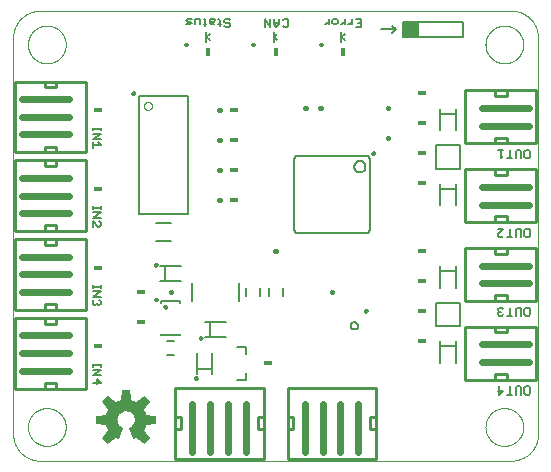
<source format=gto>
G75*
%MOIN*%
%OFA0B0*%
%FSLAX25Y25*%
%IPPOS*%
%LPD*%
%AMOC8*
5,1,8,0,0,1.08239X$1,22.5*
%
%ADD10C,0.00000*%
%ADD11C,0.00500*%
%ADD12C,0.01000*%
%ADD13R,0.02800X0.01600*%
%ADD14C,0.00600*%
%ADD15C,0.01600*%
%ADD16C,0.00800*%
%ADD17R,0.01600X0.02800*%
%ADD18C,0.01200*%
%ADD19C,0.02400*%
%ADD20C,0.00400*%
%ADD21C,0.00300*%
D10*
X0079000Y0097500D02*
X0236000Y0097500D01*
X0236217Y0097503D01*
X0236435Y0097511D01*
X0236652Y0097524D01*
X0236869Y0097542D01*
X0237085Y0097566D01*
X0237300Y0097594D01*
X0237515Y0097628D01*
X0237729Y0097668D01*
X0237942Y0097712D01*
X0238154Y0097762D01*
X0238364Y0097816D01*
X0238574Y0097876D01*
X0238781Y0097940D01*
X0238987Y0098010D01*
X0239191Y0098085D01*
X0239394Y0098164D01*
X0239594Y0098249D01*
X0239793Y0098338D01*
X0239989Y0098432D01*
X0240183Y0098531D01*
X0240374Y0098634D01*
X0240563Y0098742D01*
X0240749Y0098855D01*
X0240932Y0098972D01*
X0241113Y0099093D01*
X0241290Y0099219D01*
X0241464Y0099349D01*
X0241636Y0099483D01*
X0241804Y0099621D01*
X0241968Y0099763D01*
X0242129Y0099910D01*
X0242287Y0100060D01*
X0242440Y0100213D01*
X0242590Y0100371D01*
X0242737Y0100532D01*
X0242879Y0100696D01*
X0243017Y0100864D01*
X0243151Y0101036D01*
X0243281Y0101210D01*
X0243407Y0101387D01*
X0243528Y0101568D01*
X0243645Y0101751D01*
X0243758Y0101937D01*
X0243866Y0102126D01*
X0243969Y0102317D01*
X0244068Y0102511D01*
X0244162Y0102707D01*
X0244251Y0102906D01*
X0244336Y0103106D01*
X0244415Y0103309D01*
X0244490Y0103513D01*
X0244560Y0103719D01*
X0244624Y0103926D01*
X0244684Y0104136D01*
X0244738Y0104346D01*
X0244788Y0104558D01*
X0244832Y0104771D01*
X0244872Y0104985D01*
X0244906Y0105200D01*
X0244934Y0105415D01*
X0244958Y0105631D01*
X0244976Y0105848D01*
X0244989Y0106065D01*
X0244997Y0106283D01*
X0245000Y0106500D01*
X0245000Y0238500D01*
X0244997Y0238717D01*
X0244989Y0238935D01*
X0244976Y0239152D01*
X0244958Y0239369D01*
X0244934Y0239585D01*
X0244906Y0239800D01*
X0244872Y0240015D01*
X0244832Y0240229D01*
X0244788Y0240442D01*
X0244738Y0240654D01*
X0244684Y0240864D01*
X0244624Y0241074D01*
X0244560Y0241281D01*
X0244490Y0241487D01*
X0244415Y0241691D01*
X0244336Y0241894D01*
X0244251Y0242094D01*
X0244162Y0242293D01*
X0244068Y0242489D01*
X0243969Y0242683D01*
X0243866Y0242874D01*
X0243758Y0243063D01*
X0243645Y0243249D01*
X0243528Y0243432D01*
X0243407Y0243613D01*
X0243281Y0243790D01*
X0243151Y0243964D01*
X0243017Y0244136D01*
X0242879Y0244304D01*
X0242737Y0244468D01*
X0242590Y0244629D01*
X0242440Y0244787D01*
X0242287Y0244940D01*
X0242129Y0245090D01*
X0241968Y0245237D01*
X0241804Y0245379D01*
X0241636Y0245517D01*
X0241464Y0245651D01*
X0241290Y0245781D01*
X0241113Y0245907D01*
X0240932Y0246028D01*
X0240749Y0246145D01*
X0240563Y0246258D01*
X0240374Y0246366D01*
X0240183Y0246469D01*
X0239989Y0246568D01*
X0239793Y0246662D01*
X0239594Y0246751D01*
X0239394Y0246836D01*
X0239191Y0246915D01*
X0238987Y0246990D01*
X0238781Y0247060D01*
X0238574Y0247124D01*
X0238364Y0247184D01*
X0238154Y0247238D01*
X0237942Y0247288D01*
X0237729Y0247332D01*
X0237515Y0247372D01*
X0237300Y0247406D01*
X0237085Y0247434D01*
X0236869Y0247458D01*
X0236652Y0247476D01*
X0236435Y0247489D01*
X0236217Y0247497D01*
X0236000Y0247500D01*
X0079000Y0247500D01*
X0078783Y0247497D01*
X0078565Y0247489D01*
X0078348Y0247476D01*
X0078131Y0247458D01*
X0077915Y0247434D01*
X0077700Y0247406D01*
X0077485Y0247372D01*
X0077271Y0247332D01*
X0077058Y0247288D01*
X0076846Y0247238D01*
X0076636Y0247184D01*
X0076426Y0247124D01*
X0076219Y0247060D01*
X0076013Y0246990D01*
X0075809Y0246915D01*
X0075606Y0246836D01*
X0075406Y0246751D01*
X0075207Y0246662D01*
X0075011Y0246568D01*
X0074817Y0246469D01*
X0074626Y0246366D01*
X0074437Y0246258D01*
X0074251Y0246145D01*
X0074068Y0246028D01*
X0073887Y0245907D01*
X0073710Y0245781D01*
X0073536Y0245651D01*
X0073364Y0245517D01*
X0073196Y0245379D01*
X0073032Y0245237D01*
X0072871Y0245090D01*
X0072713Y0244940D01*
X0072560Y0244787D01*
X0072410Y0244629D01*
X0072263Y0244468D01*
X0072121Y0244304D01*
X0071983Y0244136D01*
X0071849Y0243964D01*
X0071719Y0243790D01*
X0071593Y0243613D01*
X0071472Y0243432D01*
X0071355Y0243249D01*
X0071242Y0243063D01*
X0071134Y0242874D01*
X0071031Y0242683D01*
X0070932Y0242489D01*
X0070838Y0242293D01*
X0070749Y0242094D01*
X0070664Y0241894D01*
X0070585Y0241691D01*
X0070510Y0241487D01*
X0070440Y0241281D01*
X0070376Y0241074D01*
X0070316Y0240864D01*
X0070262Y0240654D01*
X0070212Y0240442D01*
X0070168Y0240229D01*
X0070128Y0240015D01*
X0070094Y0239800D01*
X0070066Y0239585D01*
X0070042Y0239369D01*
X0070024Y0239152D01*
X0070011Y0238935D01*
X0070003Y0238717D01*
X0070000Y0238500D01*
X0070000Y0106500D01*
X0070003Y0106283D01*
X0070011Y0106065D01*
X0070024Y0105848D01*
X0070042Y0105631D01*
X0070066Y0105415D01*
X0070094Y0105200D01*
X0070128Y0104985D01*
X0070168Y0104771D01*
X0070212Y0104558D01*
X0070262Y0104346D01*
X0070316Y0104136D01*
X0070376Y0103926D01*
X0070440Y0103719D01*
X0070510Y0103513D01*
X0070585Y0103309D01*
X0070664Y0103106D01*
X0070749Y0102906D01*
X0070838Y0102707D01*
X0070932Y0102511D01*
X0071031Y0102317D01*
X0071134Y0102126D01*
X0071242Y0101937D01*
X0071355Y0101751D01*
X0071472Y0101568D01*
X0071593Y0101387D01*
X0071719Y0101210D01*
X0071849Y0101036D01*
X0071983Y0100864D01*
X0072121Y0100696D01*
X0072263Y0100532D01*
X0072410Y0100371D01*
X0072560Y0100213D01*
X0072713Y0100060D01*
X0072871Y0099910D01*
X0073032Y0099763D01*
X0073196Y0099621D01*
X0073364Y0099483D01*
X0073536Y0099349D01*
X0073710Y0099219D01*
X0073887Y0099093D01*
X0074068Y0098972D01*
X0074251Y0098855D01*
X0074437Y0098742D01*
X0074626Y0098634D01*
X0074817Y0098531D01*
X0075011Y0098432D01*
X0075207Y0098338D01*
X0075406Y0098249D01*
X0075606Y0098164D01*
X0075809Y0098085D01*
X0076013Y0098010D01*
X0076219Y0097940D01*
X0076426Y0097876D01*
X0076636Y0097816D01*
X0076846Y0097762D01*
X0077058Y0097712D01*
X0077271Y0097668D01*
X0077485Y0097628D01*
X0077700Y0097594D01*
X0077915Y0097566D01*
X0078131Y0097542D01*
X0078348Y0097524D01*
X0078565Y0097511D01*
X0078783Y0097503D01*
X0079000Y0097500D01*
X0074951Y0108750D02*
X0074953Y0108908D01*
X0074959Y0109066D01*
X0074969Y0109224D01*
X0074983Y0109382D01*
X0075001Y0109539D01*
X0075022Y0109696D01*
X0075048Y0109852D01*
X0075078Y0110008D01*
X0075111Y0110163D01*
X0075149Y0110316D01*
X0075190Y0110469D01*
X0075235Y0110621D01*
X0075284Y0110772D01*
X0075337Y0110921D01*
X0075393Y0111069D01*
X0075453Y0111215D01*
X0075517Y0111360D01*
X0075585Y0111503D01*
X0075656Y0111645D01*
X0075730Y0111785D01*
X0075808Y0111922D01*
X0075890Y0112058D01*
X0075974Y0112192D01*
X0076063Y0112323D01*
X0076154Y0112452D01*
X0076249Y0112579D01*
X0076346Y0112704D01*
X0076447Y0112826D01*
X0076551Y0112945D01*
X0076658Y0113062D01*
X0076768Y0113176D01*
X0076881Y0113287D01*
X0076996Y0113396D01*
X0077114Y0113501D01*
X0077235Y0113603D01*
X0077358Y0113703D01*
X0077484Y0113799D01*
X0077612Y0113892D01*
X0077742Y0113982D01*
X0077875Y0114068D01*
X0078010Y0114152D01*
X0078146Y0114231D01*
X0078285Y0114308D01*
X0078426Y0114380D01*
X0078568Y0114450D01*
X0078712Y0114515D01*
X0078858Y0114577D01*
X0079005Y0114635D01*
X0079154Y0114690D01*
X0079304Y0114741D01*
X0079455Y0114788D01*
X0079607Y0114831D01*
X0079760Y0114870D01*
X0079915Y0114906D01*
X0080070Y0114937D01*
X0080226Y0114965D01*
X0080382Y0114989D01*
X0080539Y0115009D01*
X0080697Y0115025D01*
X0080854Y0115037D01*
X0081013Y0115045D01*
X0081171Y0115049D01*
X0081329Y0115049D01*
X0081487Y0115045D01*
X0081646Y0115037D01*
X0081803Y0115025D01*
X0081961Y0115009D01*
X0082118Y0114989D01*
X0082274Y0114965D01*
X0082430Y0114937D01*
X0082585Y0114906D01*
X0082740Y0114870D01*
X0082893Y0114831D01*
X0083045Y0114788D01*
X0083196Y0114741D01*
X0083346Y0114690D01*
X0083495Y0114635D01*
X0083642Y0114577D01*
X0083788Y0114515D01*
X0083932Y0114450D01*
X0084074Y0114380D01*
X0084215Y0114308D01*
X0084354Y0114231D01*
X0084490Y0114152D01*
X0084625Y0114068D01*
X0084758Y0113982D01*
X0084888Y0113892D01*
X0085016Y0113799D01*
X0085142Y0113703D01*
X0085265Y0113603D01*
X0085386Y0113501D01*
X0085504Y0113396D01*
X0085619Y0113287D01*
X0085732Y0113176D01*
X0085842Y0113062D01*
X0085949Y0112945D01*
X0086053Y0112826D01*
X0086154Y0112704D01*
X0086251Y0112579D01*
X0086346Y0112452D01*
X0086437Y0112323D01*
X0086526Y0112192D01*
X0086610Y0112058D01*
X0086692Y0111922D01*
X0086770Y0111785D01*
X0086844Y0111645D01*
X0086915Y0111503D01*
X0086983Y0111360D01*
X0087047Y0111215D01*
X0087107Y0111069D01*
X0087163Y0110921D01*
X0087216Y0110772D01*
X0087265Y0110621D01*
X0087310Y0110469D01*
X0087351Y0110316D01*
X0087389Y0110163D01*
X0087422Y0110008D01*
X0087452Y0109852D01*
X0087478Y0109696D01*
X0087499Y0109539D01*
X0087517Y0109382D01*
X0087531Y0109224D01*
X0087541Y0109066D01*
X0087547Y0108908D01*
X0087549Y0108750D01*
X0087547Y0108592D01*
X0087541Y0108434D01*
X0087531Y0108276D01*
X0087517Y0108118D01*
X0087499Y0107961D01*
X0087478Y0107804D01*
X0087452Y0107648D01*
X0087422Y0107492D01*
X0087389Y0107337D01*
X0087351Y0107184D01*
X0087310Y0107031D01*
X0087265Y0106879D01*
X0087216Y0106728D01*
X0087163Y0106579D01*
X0087107Y0106431D01*
X0087047Y0106285D01*
X0086983Y0106140D01*
X0086915Y0105997D01*
X0086844Y0105855D01*
X0086770Y0105715D01*
X0086692Y0105578D01*
X0086610Y0105442D01*
X0086526Y0105308D01*
X0086437Y0105177D01*
X0086346Y0105048D01*
X0086251Y0104921D01*
X0086154Y0104796D01*
X0086053Y0104674D01*
X0085949Y0104555D01*
X0085842Y0104438D01*
X0085732Y0104324D01*
X0085619Y0104213D01*
X0085504Y0104104D01*
X0085386Y0103999D01*
X0085265Y0103897D01*
X0085142Y0103797D01*
X0085016Y0103701D01*
X0084888Y0103608D01*
X0084758Y0103518D01*
X0084625Y0103432D01*
X0084490Y0103348D01*
X0084354Y0103269D01*
X0084215Y0103192D01*
X0084074Y0103120D01*
X0083932Y0103050D01*
X0083788Y0102985D01*
X0083642Y0102923D01*
X0083495Y0102865D01*
X0083346Y0102810D01*
X0083196Y0102759D01*
X0083045Y0102712D01*
X0082893Y0102669D01*
X0082740Y0102630D01*
X0082585Y0102594D01*
X0082430Y0102563D01*
X0082274Y0102535D01*
X0082118Y0102511D01*
X0081961Y0102491D01*
X0081803Y0102475D01*
X0081646Y0102463D01*
X0081487Y0102455D01*
X0081329Y0102451D01*
X0081171Y0102451D01*
X0081013Y0102455D01*
X0080854Y0102463D01*
X0080697Y0102475D01*
X0080539Y0102491D01*
X0080382Y0102511D01*
X0080226Y0102535D01*
X0080070Y0102563D01*
X0079915Y0102594D01*
X0079760Y0102630D01*
X0079607Y0102669D01*
X0079455Y0102712D01*
X0079304Y0102759D01*
X0079154Y0102810D01*
X0079005Y0102865D01*
X0078858Y0102923D01*
X0078712Y0102985D01*
X0078568Y0103050D01*
X0078426Y0103120D01*
X0078285Y0103192D01*
X0078146Y0103269D01*
X0078010Y0103348D01*
X0077875Y0103432D01*
X0077742Y0103518D01*
X0077612Y0103608D01*
X0077484Y0103701D01*
X0077358Y0103797D01*
X0077235Y0103897D01*
X0077114Y0103999D01*
X0076996Y0104104D01*
X0076881Y0104213D01*
X0076768Y0104324D01*
X0076658Y0104438D01*
X0076551Y0104555D01*
X0076447Y0104674D01*
X0076346Y0104796D01*
X0076249Y0104921D01*
X0076154Y0105048D01*
X0076063Y0105177D01*
X0075974Y0105308D01*
X0075890Y0105442D01*
X0075808Y0105578D01*
X0075730Y0105715D01*
X0075656Y0105855D01*
X0075585Y0105997D01*
X0075517Y0106140D01*
X0075453Y0106285D01*
X0075393Y0106431D01*
X0075337Y0106579D01*
X0075284Y0106728D01*
X0075235Y0106879D01*
X0075190Y0107031D01*
X0075149Y0107184D01*
X0075111Y0107337D01*
X0075078Y0107492D01*
X0075048Y0107648D01*
X0075022Y0107804D01*
X0075001Y0107961D01*
X0074983Y0108118D01*
X0074969Y0108276D01*
X0074959Y0108434D01*
X0074953Y0108592D01*
X0074951Y0108750D01*
X0074951Y0236250D02*
X0074953Y0236408D01*
X0074959Y0236566D01*
X0074969Y0236724D01*
X0074983Y0236882D01*
X0075001Y0237039D01*
X0075022Y0237196D01*
X0075048Y0237352D01*
X0075078Y0237508D01*
X0075111Y0237663D01*
X0075149Y0237816D01*
X0075190Y0237969D01*
X0075235Y0238121D01*
X0075284Y0238272D01*
X0075337Y0238421D01*
X0075393Y0238569D01*
X0075453Y0238715D01*
X0075517Y0238860D01*
X0075585Y0239003D01*
X0075656Y0239145D01*
X0075730Y0239285D01*
X0075808Y0239422D01*
X0075890Y0239558D01*
X0075974Y0239692D01*
X0076063Y0239823D01*
X0076154Y0239952D01*
X0076249Y0240079D01*
X0076346Y0240204D01*
X0076447Y0240326D01*
X0076551Y0240445D01*
X0076658Y0240562D01*
X0076768Y0240676D01*
X0076881Y0240787D01*
X0076996Y0240896D01*
X0077114Y0241001D01*
X0077235Y0241103D01*
X0077358Y0241203D01*
X0077484Y0241299D01*
X0077612Y0241392D01*
X0077742Y0241482D01*
X0077875Y0241568D01*
X0078010Y0241652D01*
X0078146Y0241731D01*
X0078285Y0241808D01*
X0078426Y0241880D01*
X0078568Y0241950D01*
X0078712Y0242015D01*
X0078858Y0242077D01*
X0079005Y0242135D01*
X0079154Y0242190D01*
X0079304Y0242241D01*
X0079455Y0242288D01*
X0079607Y0242331D01*
X0079760Y0242370D01*
X0079915Y0242406D01*
X0080070Y0242437D01*
X0080226Y0242465D01*
X0080382Y0242489D01*
X0080539Y0242509D01*
X0080697Y0242525D01*
X0080854Y0242537D01*
X0081013Y0242545D01*
X0081171Y0242549D01*
X0081329Y0242549D01*
X0081487Y0242545D01*
X0081646Y0242537D01*
X0081803Y0242525D01*
X0081961Y0242509D01*
X0082118Y0242489D01*
X0082274Y0242465D01*
X0082430Y0242437D01*
X0082585Y0242406D01*
X0082740Y0242370D01*
X0082893Y0242331D01*
X0083045Y0242288D01*
X0083196Y0242241D01*
X0083346Y0242190D01*
X0083495Y0242135D01*
X0083642Y0242077D01*
X0083788Y0242015D01*
X0083932Y0241950D01*
X0084074Y0241880D01*
X0084215Y0241808D01*
X0084354Y0241731D01*
X0084490Y0241652D01*
X0084625Y0241568D01*
X0084758Y0241482D01*
X0084888Y0241392D01*
X0085016Y0241299D01*
X0085142Y0241203D01*
X0085265Y0241103D01*
X0085386Y0241001D01*
X0085504Y0240896D01*
X0085619Y0240787D01*
X0085732Y0240676D01*
X0085842Y0240562D01*
X0085949Y0240445D01*
X0086053Y0240326D01*
X0086154Y0240204D01*
X0086251Y0240079D01*
X0086346Y0239952D01*
X0086437Y0239823D01*
X0086526Y0239692D01*
X0086610Y0239558D01*
X0086692Y0239422D01*
X0086770Y0239285D01*
X0086844Y0239145D01*
X0086915Y0239003D01*
X0086983Y0238860D01*
X0087047Y0238715D01*
X0087107Y0238569D01*
X0087163Y0238421D01*
X0087216Y0238272D01*
X0087265Y0238121D01*
X0087310Y0237969D01*
X0087351Y0237816D01*
X0087389Y0237663D01*
X0087422Y0237508D01*
X0087452Y0237352D01*
X0087478Y0237196D01*
X0087499Y0237039D01*
X0087517Y0236882D01*
X0087531Y0236724D01*
X0087541Y0236566D01*
X0087547Y0236408D01*
X0087549Y0236250D01*
X0087547Y0236092D01*
X0087541Y0235934D01*
X0087531Y0235776D01*
X0087517Y0235618D01*
X0087499Y0235461D01*
X0087478Y0235304D01*
X0087452Y0235148D01*
X0087422Y0234992D01*
X0087389Y0234837D01*
X0087351Y0234684D01*
X0087310Y0234531D01*
X0087265Y0234379D01*
X0087216Y0234228D01*
X0087163Y0234079D01*
X0087107Y0233931D01*
X0087047Y0233785D01*
X0086983Y0233640D01*
X0086915Y0233497D01*
X0086844Y0233355D01*
X0086770Y0233215D01*
X0086692Y0233078D01*
X0086610Y0232942D01*
X0086526Y0232808D01*
X0086437Y0232677D01*
X0086346Y0232548D01*
X0086251Y0232421D01*
X0086154Y0232296D01*
X0086053Y0232174D01*
X0085949Y0232055D01*
X0085842Y0231938D01*
X0085732Y0231824D01*
X0085619Y0231713D01*
X0085504Y0231604D01*
X0085386Y0231499D01*
X0085265Y0231397D01*
X0085142Y0231297D01*
X0085016Y0231201D01*
X0084888Y0231108D01*
X0084758Y0231018D01*
X0084625Y0230932D01*
X0084490Y0230848D01*
X0084354Y0230769D01*
X0084215Y0230692D01*
X0084074Y0230620D01*
X0083932Y0230550D01*
X0083788Y0230485D01*
X0083642Y0230423D01*
X0083495Y0230365D01*
X0083346Y0230310D01*
X0083196Y0230259D01*
X0083045Y0230212D01*
X0082893Y0230169D01*
X0082740Y0230130D01*
X0082585Y0230094D01*
X0082430Y0230063D01*
X0082274Y0230035D01*
X0082118Y0230011D01*
X0081961Y0229991D01*
X0081803Y0229975D01*
X0081646Y0229963D01*
X0081487Y0229955D01*
X0081329Y0229951D01*
X0081171Y0229951D01*
X0081013Y0229955D01*
X0080854Y0229963D01*
X0080697Y0229975D01*
X0080539Y0229991D01*
X0080382Y0230011D01*
X0080226Y0230035D01*
X0080070Y0230063D01*
X0079915Y0230094D01*
X0079760Y0230130D01*
X0079607Y0230169D01*
X0079455Y0230212D01*
X0079304Y0230259D01*
X0079154Y0230310D01*
X0079005Y0230365D01*
X0078858Y0230423D01*
X0078712Y0230485D01*
X0078568Y0230550D01*
X0078426Y0230620D01*
X0078285Y0230692D01*
X0078146Y0230769D01*
X0078010Y0230848D01*
X0077875Y0230932D01*
X0077742Y0231018D01*
X0077612Y0231108D01*
X0077484Y0231201D01*
X0077358Y0231297D01*
X0077235Y0231397D01*
X0077114Y0231499D01*
X0076996Y0231604D01*
X0076881Y0231713D01*
X0076768Y0231824D01*
X0076658Y0231938D01*
X0076551Y0232055D01*
X0076447Y0232174D01*
X0076346Y0232296D01*
X0076249Y0232421D01*
X0076154Y0232548D01*
X0076063Y0232677D01*
X0075974Y0232808D01*
X0075890Y0232942D01*
X0075808Y0233078D01*
X0075730Y0233215D01*
X0075656Y0233355D01*
X0075585Y0233497D01*
X0075517Y0233640D01*
X0075453Y0233785D01*
X0075393Y0233931D01*
X0075337Y0234079D01*
X0075284Y0234228D01*
X0075235Y0234379D01*
X0075190Y0234531D01*
X0075149Y0234684D01*
X0075111Y0234837D01*
X0075078Y0234992D01*
X0075048Y0235148D01*
X0075022Y0235304D01*
X0075001Y0235461D01*
X0074983Y0235618D01*
X0074969Y0235776D01*
X0074959Y0235934D01*
X0074953Y0236092D01*
X0074951Y0236250D01*
X0227451Y0236250D02*
X0227453Y0236408D01*
X0227459Y0236566D01*
X0227469Y0236724D01*
X0227483Y0236882D01*
X0227501Y0237039D01*
X0227522Y0237196D01*
X0227548Y0237352D01*
X0227578Y0237508D01*
X0227611Y0237663D01*
X0227649Y0237816D01*
X0227690Y0237969D01*
X0227735Y0238121D01*
X0227784Y0238272D01*
X0227837Y0238421D01*
X0227893Y0238569D01*
X0227953Y0238715D01*
X0228017Y0238860D01*
X0228085Y0239003D01*
X0228156Y0239145D01*
X0228230Y0239285D01*
X0228308Y0239422D01*
X0228390Y0239558D01*
X0228474Y0239692D01*
X0228563Y0239823D01*
X0228654Y0239952D01*
X0228749Y0240079D01*
X0228846Y0240204D01*
X0228947Y0240326D01*
X0229051Y0240445D01*
X0229158Y0240562D01*
X0229268Y0240676D01*
X0229381Y0240787D01*
X0229496Y0240896D01*
X0229614Y0241001D01*
X0229735Y0241103D01*
X0229858Y0241203D01*
X0229984Y0241299D01*
X0230112Y0241392D01*
X0230242Y0241482D01*
X0230375Y0241568D01*
X0230510Y0241652D01*
X0230646Y0241731D01*
X0230785Y0241808D01*
X0230926Y0241880D01*
X0231068Y0241950D01*
X0231212Y0242015D01*
X0231358Y0242077D01*
X0231505Y0242135D01*
X0231654Y0242190D01*
X0231804Y0242241D01*
X0231955Y0242288D01*
X0232107Y0242331D01*
X0232260Y0242370D01*
X0232415Y0242406D01*
X0232570Y0242437D01*
X0232726Y0242465D01*
X0232882Y0242489D01*
X0233039Y0242509D01*
X0233197Y0242525D01*
X0233354Y0242537D01*
X0233513Y0242545D01*
X0233671Y0242549D01*
X0233829Y0242549D01*
X0233987Y0242545D01*
X0234146Y0242537D01*
X0234303Y0242525D01*
X0234461Y0242509D01*
X0234618Y0242489D01*
X0234774Y0242465D01*
X0234930Y0242437D01*
X0235085Y0242406D01*
X0235240Y0242370D01*
X0235393Y0242331D01*
X0235545Y0242288D01*
X0235696Y0242241D01*
X0235846Y0242190D01*
X0235995Y0242135D01*
X0236142Y0242077D01*
X0236288Y0242015D01*
X0236432Y0241950D01*
X0236574Y0241880D01*
X0236715Y0241808D01*
X0236854Y0241731D01*
X0236990Y0241652D01*
X0237125Y0241568D01*
X0237258Y0241482D01*
X0237388Y0241392D01*
X0237516Y0241299D01*
X0237642Y0241203D01*
X0237765Y0241103D01*
X0237886Y0241001D01*
X0238004Y0240896D01*
X0238119Y0240787D01*
X0238232Y0240676D01*
X0238342Y0240562D01*
X0238449Y0240445D01*
X0238553Y0240326D01*
X0238654Y0240204D01*
X0238751Y0240079D01*
X0238846Y0239952D01*
X0238937Y0239823D01*
X0239026Y0239692D01*
X0239110Y0239558D01*
X0239192Y0239422D01*
X0239270Y0239285D01*
X0239344Y0239145D01*
X0239415Y0239003D01*
X0239483Y0238860D01*
X0239547Y0238715D01*
X0239607Y0238569D01*
X0239663Y0238421D01*
X0239716Y0238272D01*
X0239765Y0238121D01*
X0239810Y0237969D01*
X0239851Y0237816D01*
X0239889Y0237663D01*
X0239922Y0237508D01*
X0239952Y0237352D01*
X0239978Y0237196D01*
X0239999Y0237039D01*
X0240017Y0236882D01*
X0240031Y0236724D01*
X0240041Y0236566D01*
X0240047Y0236408D01*
X0240049Y0236250D01*
X0240047Y0236092D01*
X0240041Y0235934D01*
X0240031Y0235776D01*
X0240017Y0235618D01*
X0239999Y0235461D01*
X0239978Y0235304D01*
X0239952Y0235148D01*
X0239922Y0234992D01*
X0239889Y0234837D01*
X0239851Y0234684D01*
X0239810Y0234531D01*
X0239765Y0234379D01*
X0239716Y0234228D01*
X0239663Y0234079D01*
X0239607Y0233931D01*
X0239547Y0233785D01*
X0239483Y0233640D01*
X0239415Y0233497D01*
X0239344Y0233355D01*
X0239270Y0233215D01*
X0239192Y0233078D01*
X0239110Y0232942D01*
X0239026Y0232808D01*
X0238937Y0232677D01*
X0238846Y0232548D01*
X0238751Y0232421D01*
X0238654Y0232296D01*
X0238553Y0232174D01*
X0238449Y0232055D01*
X0238342Y0231938D01*
X0238232Y0231824D01*
X0238119Y0231713D01*
X0238004Y0231604D01*
X0237886Y0231499D01*
X0237765Y0231397D01*
X0237642Y0231297D01*
X0237516Y0231201D01*
X0237388Y0231108D01*
X0237258Y0231018D01*
X0237125Y0230932D01*
X0236990Y0230848D01*
X0236854Y0230769D01*
X0236715Y0230692D01*
X0236574Y0230620D01*
X0236432Y0230550D01*
X0236288Y0230485D01*
X0236142Y0230423D01*
X0235995Y0230365D01*
X0235846Y0230310D01*
X0235696Y0230259D01*
X0235545Y0230212D01*
X0235393Y0230169D01*
X0235240Y0230130D01*
X0235085Y0230094D01*
X0234930Y0230063D01*
X0234774Y0230035D01*
X0234618Y0230011D01*
X0234461Y0229991D01*
X0234303Y0229975D01*
X0234146Y0229963D01*
X0233987Y0229955D01*
X0233829Y0229951D01*
X0233671Y0229951D01*
X0233513Y0229955D01*
X0233354Y0229963D01*
X0233197Y0229975D01*
X0233039Y0229991D01*
X0232882Y0230011D01*
X0232726Y0230035D01*
X0232570Y0230063D01*
X0232415Y0230094D01*
X0232260Y0230130D01*
X0232107Y0230169D01*
X0231955Y0230212D01*
X0231804Y0230259D01*
X0231654Y0230310D01*
X0231505Y0230365D01*
X0231358Y0230423D01*
X0231212Y0230485D01*
X0231068Y0230550D01*
X0230926Y0230620D01*
X0230785Y0230692D01*
X0230646Y0230769D01*
X0230510Y0230848D01*
X0230375Y0230932D01*
X0230242Y0231018D01*
X0230112Y0231108D01*
X0229984Y0231201D01*
X0229858Y0231297D01*
X0229735Y0231397D01*
X0229614Y0231499D01*
X0229496Y0231604D01*
X0229381Y0231713D01*
X0229268Y0231824D01*
X0229158Y0231938D01*
X0229051Y0232055D01*
X0228947Y0232174D01*
X0228846Y0232296D01*
X0228749Y0232421D01*
X0228654Y0232548D01*
X0228563Y0232677D01*
X0228474Y0232808D01*
X0228390Y0232942D01*
X0228308Y0233078D01*
X0228230Y0233215D01*
X0228156Y0233355D01*
X0228085Y0233497D01*
X0228017Y0233640D01*
X0227953Y0233785D01*
X0227893Y0233931D01*
X0227837Y0234079D01*
X0227784Y0234228D01*
X0227735Y0234379D01*
X0227690Y0234531D01*
X0227649Y0234684D01*
X0227611Y0234837D01*
X0227578Y0234992D01*
X0227548Y0235148D01*
X0227522Y0235304D01*
X0227501Y0235461D01*
X0227483Y0235618D01*
X0227469Y0235776D01*
X0227459Y0235934D01*
X0227453Y0236092D01*
X0227451Y0236250D01*
X0227451Y0108750D02*
X0227453Y0108908D01*
X0227459Y0109066D01*
X0227469Y0109224D01*
X0227483Y0109382D01*
X0227501Y0109539D01*
X0227522Y0109696D01*
X0227548Y0109852D01*
X0227578Y0110008D01*
X0227611Y0110163D01*
X0227649Y0110316D01*
X0227690Y0110469D01*
X0227735Y0110621D01*
X0227784Y0110772D01*
X0227837Y0110921D01*
X0227893Y0111069D01*
X0227953Y0111215D01*
X0228017Y0111360D01*
X0228085Y0111503D01*
X0228156Y0111645D01*
X0228230Y0111785D01*
X0228308Y0111922D01*
X0228390Y0112058D01*
X0228474Y0112192D01*
X0228563Y0112323D01*
X0228654Y0112452D01*
X0228749Y0112579D01*
X0228846Y0112704D01*
X0228947Y0112826D01*
X0229051Y0112945D01*
X0229158Y0113062D01*
X0229268Y0113176D01*
X0229381Y0113287D01*
X0229496Y0113396D01*
X0229614Y0113501D01*
X0229735Y0113603D01*
X0229858Y0113703D01*
X0229984Y0113799D01*
X0230112Y0113892D01*
X0230242Y0113982D01*
X0230375Y0114068D01*
X0230510Y0114152D01*
X0230646Y0114231D01*
X0230785Y0114308D01*
X0230926Y0114380D01*
X0231068Y0114450D01*
X0231212Y0114515D01*
X0231358Y0114577D01*
X0231505Y0114635D01*
X0231654Y0114690D01*
X0231804Y0114741D01*
X0231955Y0114788D01*
X0232107Y0114831D01*
X0232260Y0114870D01*
X0232415Y0114906D01*
X0232570Y0114937D01*
X0232726Y0114965D01*
X0232882Y0114989D01*
X0233039Y0115009D01*
X0233197Y0115025D01*
X0233354Y0115037D01*
X0233513Y0115045D01*
X0233671Y0115049D01*
X0233829Y0115049D01*
X0233987Y0115045D01*
X0234146Y0115037D01*
X0234303Y0115025D01*
X0234461Y0115009D01*
X0234618Y0114989D01*
X0234774Y0114965D01*
X0234930Y0114937D01*
X0235085Y0114906D01*
X0235240Y0114870D01*
X0235393Y0114831D01*
X0235545Y0114788D01*
X0235696Y0114741D01*
X0235846Y0114690D01*
X0235995Y0114635D01*
X0236142Y0114577D01*
X0236288Y0114515D01*
X0236432Y0114450D01*
X0236574Y0114380D01*
X0236715Y0114308D01*
X0236854Y0114231D01*
X0236990Y0114152D01*
X0237125Y0114068D01*
X0237258Y0113982D01*
X0237388Y0113892D01*
X0237516Y0113799D01*
X0237642Y0113703D01*
X0237765Y0113603D01*
X0237886Y0113501D01*
X0238004Y0113396D01*
X0238119Y0113287D01*
X0238232Y0113176D01*
X0238342Y0113062D01*
X0238449Y0112945D01*
X0238553Y0112826D01*
X0238654Y0112704D01*
X0238751Y0112579D01*
X0238846Y0112452D01*
X0238937Y0112323D01*
X0239026Y0112192D01*
X0239110Y0112058D01*
X0239192Y0111922D01*
X0239270Y0111785D01*
X0239344Y0111645D01*
X0239415Y0111503D01*
X0239483Y0111360D01*
X0239547Y0111215D01*
X0239607Y0111069D01*
X0239663Y0110921D01*
X0239716Y0110772D01*
X0239765Y0110621D01*
X0239810Y0110469D01*
X0239851Y0110316D01*
X0239889Y0110163D01*
X0239922Y0110008D01*
X0239952Y0109852D01*
X0239978Y0109696D01*
X0239999Y0109539D01*
X0240017Y0109382D01*
X0240031Y0109224D01*
X0240041Y0109066D01*
X0240047Y0108908D01*
X0240049Y0108750D01*
X0240047Y0108592D01*
X0240041Y0108434D01*
X0240031Y0108276D01*
X0240017Y0108118D01*
X0239999Y0107961D01*
X0239978Y0107804D01*
X0239952Y0107648D01*
X0239922Y0107492D01*
X0239889Y0107337D01*
X0239851Y0107184D01*
X0239810Y0107031D01*
X0239765Y0106879D01*
X0239716Y0106728D01*
X0239663Y0106579D01*
X0239607Y0106431D01*
X0239547Y0106285D01*
X0239483Y0106140D01*
X0239415Y0105997D01*
X0239344Y0105855D01*
X0239270Y0105715D01*
X0239192Y0105578D01*
X0239110Y0105442D01*
X0239026Y0105308D01*
X0238937Y0105177D01*
X0238846Y0105048D01*
X0238751Y0104921D01*
X0238654Y0104796D01*
X0238553Y0104674D01*
X0238449Y0104555D01*
X0238342Y0104438D01*
X0238232Y0104324D01*
X0238119Y0104213D01*
X0238004Y0104104D01*
X0237886Y0103999D01*
X0237765Y0103897D01*
X0237642Y0103797D01*
X0237516Y0103701D01*
X0237388Y0103608D01*
X0237258Y0103518D01*
X0237125Y0103432D01*
X0236990Y0103348D01*
X0236854Y0103269D01*
X0236715Y0103192D01*
X0236574Y0103120D01*
X0236432Y0103050D01*
X0236288Y0102985D01*
X0236142Y0102923D01*
X0235995Y0102865D01*
X0235846Y0102810D01*
X0235696Y0102759D01*
X0235545Y0102712D01*
X0235393Y0102669D01*
X0235240Y0102630D01*
X0235085Y0102594D01*
X0234930Y0102563D01*
X0234774Y0102535D01*
X0234618Y0102511D01*
X0234461Y0102491D01*
X0234303Y0102475D01*
X0234146Y0102463D01*
X0233987Y0102455D01*
X0233829Y0102451D01*
X0233671Y0102451D01*
X0233513Y0102455D01*
X0233354Y0102463D01*
X0233197Y0102475D01*
X0233039Y0102491D01*
X0232882Y0102511D01*
X0232726Y0102535D01*
X0232570Y0102563D01*
X0232415Y0102594D01*
X0232260Y0102630D01*
X0232107Y0102669D01*
X0231955Y0102712D01*
X0231804Y0102759D01*
X0231654Y0102810D01*
X0231505Y0102865D01*
X0231358Y0102923D01*
X0231212Y0102985D01*
X0231068Y0103050D01*
X0230926Y0103120D01*
X0230785Y0103192D01*
X0230646Y0103269D01*
X0230510Y0103348D01*
X0230375Y0103432D01*
X0230242Y0103518D01*
X0230112Y0103608D01*
X0229984Y0103701D01*
X0229858Y0103797D01*
X0229735Y0103897D01*
X0229614Y0103999D01*
X0229496Y0104104D01*
X0229381Y0104213D01*
X0229268Y0104324D01*
X0229158Y0104438D01*
X0229051Y0104555D01*
X0228947Y0104674D01*
X0228846Y0104796D01*
X0228749Y0104921D01*
X0228654Y0105048D01*
X0228563Y0105177D01*
X0228474Y0105308D01*
X0228390Y0105442D01*
X0228308Y0105578D01*
X0228230Y0105715D01*
X0228156Y0105855D01*
X0228085Y0105997D01*
X0228017Y0106140D01*
X0227953Y0106285D01*
X0227893Y0106431D01*
X0227837Y0106579D01*
X0227784Y0106728D01*
X0227735Y0106879D01*
X0227690Y0107031D01*
X0227649Y0107184D01*
X0227611Y0107337D01*
X0227578Y0107492D01*
X0227548Y0107648D01*
X0227522Y0107804D01*
X0227501Y0107961D01*
X0227483Y0108118D01*
X0227469Y0108276D01*
X0227459Y0108434D01*
X0227453Y0108592D01*
X0227451Y0108750D01*
D11*
X0232059Y0119548D02*
X0233410Y0120899D01*
X0231609Y0120899D01*
X0232059Y0122250D02*
X0232059Y0119548D01*
X0234555Y0119548D02*
X0236357Y0119548D01*
X0235456Y0119548D02*
X0235456Y0122250D01*
X0237502Y0121800D02*
X0237502Y0119548D01*
X0239303Y0119548D02*
X0239303Y0121800D01*
X0238853Y0122250D01*
X0237952Y0122250D01*
X0237502Y0121800D01*
X0240448Y0121800D02*
X0240448Y0119998D01*
X0240899Y0119548D01*
X0241800Y0119548D01*
X0242250Y0119998D01*
X0242250Y0121800D01*
X0241800Y0122250D01*
X0240899Y0122250D01*
X0240448Y0121800D01*
X0218937Y0142313D02*
X0211063Y0142313D01*
X0211063Y0150187D01*
X0218937Y0150187D01*
X0218937Y0142313D01*
X0231609Y0146248D02*
X0231609Y0146698D01*
X0232059Y0147149D01*
X0231609Y0147599D01*
X0231609Y0148050D01*
X0232059Y0148500D01*
X0232960Y0148500D01*
X0233410Y0148050D01*
X0232510Y0147149D02*
X0232059Y0147149D01*
X0231609Y0146248D02*
X0232059Y0145798D01*
X0232960Y0145798D01*
X0233410Y0146248D01*
X0234555Y0145798D02*
X0236357Y0145798D01*
X0235456Y0145798D02*
X0235456Y0148500D01*
X0237502Y0148050D02*
X0237502Y0145798D01*
X0239303Y0145798D02*
X0239303Y0148050D01*
X0238853Y0148500D01*
X0237952Y0148500D01*
X0237502Y0148050D01*
X0240448Y0148050D02*
X0240448Y0146248D01*
X0240899Y0145798D01*
X0241800Y0145798D01*
X0242250Y0146248D01*
X0242250Y0148050D01*
X0241800Y0148500D01*
X0240899Y0148500D01*
X0240448Y0148050D01*
X0240899Y0172048D02*
X0240448Y0172498D01*
X0240448Y0174300D01*
X0240899Y0174750D01*
X0241800Y0174750D01*
X0242250Y0174300D01*
X0242250Y0172498D01*
X0241800Y0172048D01*
X0240899Y0172048D01*
X0239303Y0172048D02*
X0239303Y0174300D01*
X0238853Y0174750D01*
X0237952Y0174750D01*
X0237502Y0174300D01*
X0237502Y0172048D01*
X0236357Y0172048D02*
X0234555Y0172048D01*
X0235456Y0172048D02*
X0235456Y0174750D01*
X0233410Y0174750D02*
X0231609Y0172948D01*
X0231609Y0172498D01*
X0232059Y0172048D01*
X0232960Y0172048D01*
X0233410Y0172498D01*
X0233410Y0174750D02*
X0231609Y0174750D01*
X0218937Y0194813D02*
X0211063Y0194813D01*
X0211063Y0202687D01*
X0218937Y0202687D01*
X0218937Y0194813D01*
X0232510Y0198298D02*
X0232510Y0201000D01*
X0233410Y0201000D02*
X0231609Y0201000D01*
X0233410Y0199198D02*
X0232510Y0198298D01*
X0234555Y0198298D02*
X0236357Y0198298D01*
X0235456Y0198298D02*
X0235456Y0201000D01*
X0237502Y0200550D02*
X0237502Y0198298D01*
X0239303Y0198298D02*
X0239303Y0200550D01*
X0238853Y0201000D01*
X0237952Y0201000D01*
X0237502Y0200550D01*
X0240448Y0200550D02*
X0240448Y0198748D01*
X0240899Y0198298D01*
X0241800Y0198298D01*
X0242250Y0198748D01*
X0242250Y0200550D01*
X0241800Y0201000D01*
X0240899Y0201000D01*
X0240448Y0200550D01*
X0220000Y0238750D02*
X0200000Y0238750D01*
X0205000Y0238750D01*
X0205000Y0243750D01*
X0200000Y0243750D01*
X0200000Y0238750D01*
X0200000Y0243750D01*
X0220000Y0243750D01*
X0220000Y0238750D01*
X0205000Y0239077D02*
X0200000Y0239077D01*
X0200000Y0239576D02*
X0205000Y0239576D01*
X0205000Y0240074D02*
X0200000Y0240074D01*
X0200000Y0240573D02*
X0205000Y0240573D01*
X0205000Y0241071D02*
X0200000Y0241071D01*
X0200000Y0241570D02*
X0205000Y0241570D01*
X0205000Y0242068D02*
X0200000Y0242068D01*
X0200000Y0242567D02*
X0205000Y0242567D01*
X0205000Y0243065D02*
X0200000Y0243065D01*
X0200000Y0243564D02*
X0205000Y0243564D01*
X0197500Y0241250D02*
X0196250Y0240000D01*
X0197500Y0241250D02*
X0196250Y0242500D01*
X0197500Y0241250D02*
X0192500Y0241250D01*
X0186000Y0242048D02*
X0186000Y0244750D01*
X0184198Y0244750D01*
X0183053Y0244750D02*
X0183053Y0242948D01*
X0182153Y0242948D02*
X0183053Y0243849D01*
X0182153Y0242948D02*
X0181702Y0242948D01*
X0180598Y0242948D02*
X0180598Y0244750D01*
X0180598Y0243849D02*
X0179697Y0242948D01*
X0179247Y0242948D01*
X0178143Y0243399D02*
X0178143Y0244300D01*
X0177692Y0244750D01*
X0176791Y0244750D01*
X0176341Y0244300D01*
X0176341Y0243399D01*
X0176791Y0242948D01*
X0177692Y0242948D01*
X0178143Y0243399D01*
X0175196Y0243849D02*
X0174295Y0242948D01*
X0173845Y0242948D01*
X0175196Y0242948D02*
X0175196Y0244750D01*
X0184198Y0242048D02*
X0186000Y0242048D01*
X0186000Y0243399D02*
X0185099Y0243399D01*
X0161625Y0244300D02*
X0161175Y0244750D01*
X0160274Y0244750D01*
X0159823Y0244300D01*
X0158678Y0244750D02*
X0158678Y0242948D01*
X0157778Y0242048D01*
X0156877Y0242948D01*
X0156877Y0244750D01*
X0155732Y0244750D02*
X0155732Y0242048D01*
X0153930Y0244750D01*
X0153930Y0242048D01*
X0156877Y0243399D02*
X0158678Y0243399D01*
X0159823Y0242498D02*
X0160274Y0242048D01*
X0161175Y0242048D01*
X0161625Y0242498D01*
X0161625Y0244300D01*
X0142250Y0244300D02*
X0141800Y0244750D01*
X0140899Y0244750D01*
X0140448Y0244300D01*
X0140448Y0243849D01*
X0140899Y0243399D01*
X0141800Y0243399D01*
X0142250Y0242948D01*
X0142250Y0242498D01*
X0141800Y0242048D01*
X0140899Y0242048D01*
X0140448Y0242498D01*
X0139303Y0242948D02*
X0138403Y0242948D01*
X0138853Y0242498D02*
X0138853Y0244300D01*
X0138403Y0244750D01*
X0137339Y0244300D02*
X0136889Y0243849D01*
X0135538Y0243849D01*
X0135538Y0243399D02*
X0135538Y0244750D01*
X0136889Y0244750D01*
X0137339Y0244300D01*
X0136889Y0242948D02*
X0135988Y0242948D01*
X0135538Y0243399D01*
X0134393Y0242948D02*
X0133492Y0242948D01*
X0133942Y0242498D02*
X0133942Y0244300D01*
X0133492Y0244750D01*
X0132428Y0244300D02*
X0131978Y0244750D01*
X0130627Y0244750D01*
X0130627Y0242948D01*
X0129482Y0243399D02*
X0129031Y0242948D01*
X0127680Y0242948D01*
X0128131Y0243849D02*
X0129031Y0243849D01*
X0129482Y0243399D01*
X0129482Y0244750D02*
X0128131Y0244750D01*
X0127680Y0244300D01*
X0128131Y0243849D01*
X0132428Y0244300D02*
X0132428Y0242948D01*
X0099202Y0208500D02*
X0099202Y0207599D01*
X0099202Y0208050D02*
X0096500Y0208050D01*
X0096500Y0208500D02*
X0096500Y0207599D01*
X0096500Y0206536D02*
X0099202Y0206536D01*
X0096500Y0204734D01*
X0099202Y0204734D01*
X0098302Y0203589D02*
X0099202Y0202688D01*
X0096500Y0202688D01*
X0096500Y0201788D02*
X0096500Y0203589D01*
X0096500Y0182250D02*
X0096500Y0181349D01*
X0096500Y0181800D02*
X0099202Y0181800D01*
X0099202Y0182250D02*
X0099202Y0181349D01*
X0099202Y0180286D02*
X0096500Y0178484D01*
X0099202Y0178484D01*
X0098752Y0177339D02*
X0099202Y0176889D01*
X0099202Y0175988D01*
X0098752Y0175538D01*
X0098302Y0175538D01*
X0096500Y0177339D01*
X0096500Y0175538D01*
X0096500Y0180286D02*
X0099202Y0180286D01*
X0099202Y0156000D02*
X0099202Y0155099D01*
X0099202Y0155550D02*
X0096500Y0155550D01*
X0096500Y0156000D02*
X0096500Y0155099D01*
X0096500Y0154036D02*
X0099202Y0154036D01*
X0096500Y0152234D01*
X0099202Y0152234D01*
X0098752Y0151089D02*
X0099202Y0150639D01*
X0099202Y0149738D01*
X0098752Y0149288D01*
X0098302Y0149288D01*
X0097851Y0149738D01*
X0097401Y0149288D01*
X0096950Y0149288D01*
X0096500Y0149738D01*
X0096500Y0150639D01*
X0096950Y0151089D01*
X0097851Y0150188D02*
X0097851Y0149738D01*
X0096500Y0129750D02*
X0096500Y0128849D01*
X0096500Y0129300D02*
X0099202Y0129300D01*
X0099202Y0129750D02*
X0099202Y0128849D01*
X0099202Y0127786D02*
X0096500Y0125984D01*
X0099202Y0125984D01*
X0097851Y0124839D02*
X0097851Y0123038D01*
X0096500Y0123488D02*
X0099202Y0123488D01*
X0097851Y0124839D01*
X0096500Y0127786D02*
X0099202Y0127786D01*
X0182500Y0142500D02*
X0182502Y0142570D01*
X0182508Y0142640D01*
X0182518Y0142709D01*
X0182531Y0142778D01*
X0182549Y0142846D01*
X0182570Y0142913D01*
X0182595Y0142978D01*
X0182624Y0143042D01*
X0182656Y0143105D01*
X0182692Y0143165D01*
X0182731Y0143223D01*
X0182773Y0143279D01*
X0182818Y0143333D01*
X0182866Y0143384D01*
X0182917Y0143432D01*
X0182971Y0143477D01*
X0183027Y0143519D01*
X0183085Y0143558D01*
X0183145Y0143594D01*
X0183208Y0143626D01*
X0183272Y0143655D01*
X0183337Y0143680D01*
X0183404Y0143701D01*
X0183472Y0143719D01*
X0183541Y0143732D01*
X0183610Y0143742D01*
X0183680Y0143748D01*
X0183750Y0143750D01*
X0183820Y0143748D01*
X0183890Y0143742D01*
X0183959Y0143732D01*
X0184028Y0143719D01*
X0184096Y0143701D01*
X0184163Y0143680D01*
X0184228Y0143655D01*
X0184292Y0143626D01*
X0184355Y0143594D01*
X0184415Y0143558D01*
X0184473Y0143519D01*
X0184529Y0143477D01*
X0184583Y0143432D01*
X0184634Y0143384D01*
X0184682Y0143333D01*
X0184727Y0143279D01*
X0184769Y0143223D01*
X0184808Y0143165D01*
X0184844Y0143105D01*
X0184876Y0143042D01*
X0184905Y0142978D01*
X0184930Y0142913D01*
X0184951Y0142846D01*
X0184969Y0142778D01*
X0184982Y0142709D01*
X0184992Y0142640D01*
X0184998Y0142570D01*
X0185000Y0142500D01*
X0184998Y0142430D01*
X0184992Y0142360D01*
X0184982Y0142291D01*
X0184969Y0142222D01*
X0184951Y0142154D01*
X0184930Y0142087D01*
X0184905Y0142022D01*
X0184876Y0141958D01*
X0184844Y0141895D01*
X0184808Y0141835D01*
X0184769Y0141777D01*
X0184727Y0141721D01*
X0184682Y0141667D01*
X0184634Y0141616D01*
X0184583Y0141568D01*
X0184529Y0141523D01*
X0184473Y0141481D01*
X0184415Y0141442D01*
X0184355Y0141406D01*
X0184292Y0141374D01*
X0184228Y0141345D01*
X0184163Y0141320D01*
X0184096Y0141299D01*
X0184028Y0141281D01*
X0183959Y0141268D01*
X0183890Y0141258D01*
X0183820Y0141252D01*
X0183750Y0141250D01*
X0183680Y0141252D01*
X0183610Y0141258D01*
X0183541Y0141268D01*
X0183472Y0141281D01*
X0183404Y0141299D01*
X0183337Y0141320D01*
X0183272Y0141345D01*
X0183208Y0141374D01*
X0183145Y0141406D01*
X0183085Y0141442D01*
X0183027Y0141481D01*
X0182971Y0141523D01*
X0182917Y0141568D01*
X0182866Y0141616D01*
X0182818Y0141667D01*
X0182773Y0141721D01*
X0182731Y0141777D01*
X0182692Y0141835D01*
X0182656Y0141895D01*
X0182624Y0141958D01*
X0182595Y0142022D01*
X0182570Y0142087D01*
X0182549Y0142154D01*
X0182531Y0142222D01*
X0182518Y0142291D01*
X0182508Y0142360D01*
X0182502Y0142430D01*
X0182500Y0142500D01*
D12*
X0187187Y0147500D02*
X0187189Y0147535D01*
X0187195Y0147570D01*
X0187205Y0147603D01*
X0187218Y0147636D01*
X0187235Y0147667D01*
X0187255Y0147695D01*
X0187279Y0147721D01*
X0187305Y0147745D01*
X0187333Y0147765D01*
X0187364Y0147782D01*
X0187397Y0147795D01*
X0187430Y0147805D01*
X0187465Y0147811D01*
X0187500Y0147813D01*
X0187535Y0147811D01*
X0187570Y0147805D01*
X0187603Y0147795D01*
X0187636Y0147782D01*
X0187667Y0147765D01*
X0187695Y0147745D01*
X0187721Y0147721D01*
X0187745Y0147695D01*
X0187765Y0147667D01*
X0187782Y0147636D01*
X0187795Y0147603D01*
X0187805Y0147570D01*
X0187811Y0147535D01*
X0187813Y0147500D01*
X0187811Y0147465D01*
X0187805Y0147430D01*
X0187795Y0147397D01*
X0187782Y0147364D01*
X0187765Y0147333D01*
X0187745Y0147305D01*
X0187721Y0147279D01*
X0187695Y0147255D01*
X0187667Y0147235D01*
X0187636Y0147218D01*
X0187603Y0147205D01*
X0187570Y0147195D01*
X0187535Y0147189D01*
X0187500Y0147187D01*
X0187465Y0147189D01*
X0187430Y0147195D01*
X0187397Y0147205D01*
X0187364Y0147218D01*
X0187333Y0147235D01*
X0187305Y0147255D01*
X0187279Y0147279D01*
X0187255Y0147305D01*
X0187235Y0147333D01*
X0187218Y0147364D01*
X0187205Y0147397D01*
X0187195Y0147430D01*
X0187189Y0147465D01*
X0187187Y0147500D01*
X0190984Y0121762D02*
X0161457Y0121762D01*
X0161457Y0098140D01*
X0190984Y0098140D01*
X0190984Y0121762D01*
X0190984Y0111919D02*
X0189016Y0111919D01*
X0189016Y0107982D01*
X0190984Y0107982D01*
X0163425Y0107982D02*
X0163425Y0111919D01*
X0161457Y0111919D01*
X0161457Y0107982D02*
X0163425Y0107982D01*
X0153484Y0107982D02*
X0151516Y0107982D01*
X0151516Y0111919D01*
X0153484Y0111919D01*
X0153484Y0121762D02*
X0123957Y0121762D01*
X0123957Y0098140D01*
X0153484Y0098140D01*
X0153484Y0121762D01*
X0132187Y0138438D02*
X0132189Y0138473D01*
X0132195Y0138508D01*
X0132205Y0138541D01*
X0132218Y0138574D01*
X0132235Y0138605D01*
X0132255Y0138633D01*
X0132279Y0138659D01*
X0132305Y0138683D01*
X0132333Y0138703D01*
X0132364Y0138720D01*
X0132397Y0138733D01*
X0132430Y0138743D01*
X0132465Y0138749D01*
X0132500Y0138751D01*
X0132535Y0138749D01*
X0132570Y0138743D01*
X0132603Y0138733D01*
X0132636Y0138720D01*
X0132667Y0138703D01*
X0132695Y0138683D01*
X0132721Y0138659D01*
X0132745Y0138633D01*
X0132765Y0138605D01*
X0132782Y0138574D01*
X0132795Y0138541D01*
X0132805Y0138508D01*
X0132811Y0138473D01*
X0132813Y0138438D01*
X0132811Y0138403D01*
X0132805Y0138368D01*
X0132795Y0138335D01*
X0132782Y0138302D01*
X0132765Y0138271D01*
X0132745Y0138243D01*
X0132721Y0138217D01*
X0132695Y0138193D01*
X0132667Y0138173D01*
X0132636Y0138156D01*
X0132603Y0138143D01*
X0132570Y0138133D01*
X0132535Y0138127D01*
X0132500Y0138125D01*
X0132465Y0138127D01*
X0132430Y0138133D01*
X0132397Y0138143D01*
X0132364Y0138156D01*
X0132333Y0138173D01*
X0132305Y0138193D01*
X0132279Y0138217D01*
X0132255Y0138243D01*
X0132235Y0138271D01*
X0132218Y0138302D01*
X0132205Y0138335D01*
X0132195Y0138368D01*
X0132189Y0138403D01*
X0132187Y0138438D01*
X0130624Y0125000D02*
X0130626Y0125035D01*
X0130632Y0125070D01*
X0130642Y0125103D01*
X0130655Y0125136D01*
X0130672Y0125167D01*
X0130692Y0125195D01*
X0130716Y0125221D01*
X0130742Y0125245D01*
X0130770Y0125265D01*
X0130801Y0125282D01*
X0130834Y0125295D01*
X0130867Y0125305D01*
X0130902Y0125311D01*
X0130937Y0125313D01*
X0130972Y0125311D01*
X0131007Y0125305D01*
X0131040Y0125295D01*
X0131073Y0125282D01*
X0131104Y0125265D01*
X0131132Y0125245D01*
X0131158Y0125221D01*
X0131182Y0125195D01*
X0131202Y0125167D01*
X0131219Y0125136D01*
X0131232Y0125103D01*
X0131242Y0125070D01*
X0131248Y0125035D01*
X0131250Y0125000D01*
X0131248Y0124965D01*
X0131242Y0124930D01*
X0131232Y0124897D01*
X0131219Y0124864D01*
X0131202Y0124833D01*
X0131182Y0124805D01*
X0131158Y0124779D01*
X0131132Y0124755D01*
X0131104Y0124735D01*
X0131073Y0124718D01*
X0131040Y0124705D01*
X0131007Y0124695D01*
X0130972Y0124689D01*
X0130937Y0124687D01*
X0130902Y0124689D01*
X0130867Y0124695D01*
X0130834Y0124705D01*
X0130801Y0124718D01*
X0130770Y0124735D01*
X0130742Y0124755D01*
X0130716Y0124779D01*
X0130692Y0124805D01*
X0130672Y0124833D01*
X0130655Y0124864D01*
X0130642Y0124897D01*
X0130632Y0124930D01*
X0130626Y0124965D01*
X0130624Y0125000D01*
X0125925Y0111919D02*
X0123957Y0111919D01*
X0125925Y0111919D02*
X0125925Y0107982D01*
X0123957Y0107982D01*
X0094262Y0121516D02*
X0094262Y0145138D01*
X0070640Y0145138D01*
X0070640Y0121516D01*
X0094262Y0121516D01*
X0084419Y0121516D02*
X0084419Y0123484D01*
X0080482Y0123484D01*
X0080482Y0121516D01*
X0080482Y0143169D02*
X0084419Y0143169D01*
X0084419Y0145138D01*
X0084419Y0147766D02*
X0084419Y0149734D01*
X0080482Y0149734D01*
X0080482Y0147766D01*
X0080482Y0145138D02*
X0080482Y0143169D01*
X0070640Y0147766D02*
X0094262Y0147766D01*
X0094262Y0171388D01*
X0070640Y0171388D01*
X0070640Y0147766D01*
X0080482Y0169419D02*
X0084419Y0169419D01*
X0084419Y0171388D01*
X0084419Y0174016D02*
X0084419Y0175984D01*
X0080482Y0175984D01*
X0080482Y0174016D01*
X0080482Y0171388D02*
X0080482Y0169419D01*
X0070640Y0174016D02*
X0094262Y0174016D01*
X0094262Y0197638D01*
X0070640Y0197638D01*
X0070640Y0174016D01*
X0080482Y0195669D02*
X0084419Y0195669D01*
X0084419Y0197638D01*
X0084419Y0200266D02*
X0084419Y0202234D01*
X0080482Y0202234D01*
X0080482Y0200266D01*
X0080482Y0197638D02*
X0080482Y0195669D01*
X0070640Y0200266D02*
X0094262Y0200266D01*
X0094262Y0223888D01*
X0070640Y0223888D01*
X0070640Y0200266D01*
X0080482Y0221919D02*
X0084419Y0221919D01*
X0084419Y0223888D01*
X0080482Y0223888D02*
X0080482Y0221919D01*
X0109687Y0220000D02*
X0109689Y0220035D01*
X0109695Y0220070D01*
X0109705Y0220103D01*
X0109718Y0220136D01*
X0109735Y0220167D01*
X0109755Y0220195D01*
X0109779Y0220221D01*
X0109805Y0220245D01*
X0109833Y0220265D01*
X0109864Y0220282D01*
X0109897Y0220295D01*
X0109930Y0220305D01*
X0109965Y0220311D01*
X0110000Y0220313D01*
X0110035Y0220311D01*
X0110070Y0220305D01*
X0110103Y0220295D01*
X0110136Y0220282D01*
X0110167Y0220265D01*
X0110195Y0220245D01*
X0110221Y0220221D01*
X0110245Y0220195D01*
X0110265Y0220167D01*
X0110282Y0220136D01*
X0110295Y0220103D01*
X0110305Y0220070D01*
X0110311Y0220035D01*
X0110313Y0220000D01*
X0110311Y0219965D01*
X0110305Y0219930D01*
X0110295Y0219897D01*
X0110282Y0219864D01*
X0110265Y0219833D01*
X0110245Y0219805D01*
X0110221Y0219779D01*
X0110195Y0219755D01*
X0110167Y0219735D01*
X0110136Y0219718D01*
X0110103Y0219705D01*
X0110070Y0219695D01*
X0110035Y0219689D01*
X0110000Y0219687D01*
X0109965Y0219689D01*
X0109930Y0219695D01*
X0109897Y0219705D01*
X0109864Y0219718D01*
X0109833Y0219735D01*
X0109805Y0219755D01*
X0109779Y0219779D01*
X0109755Y0219805D01*
X0109735Y0219833D01*
X0109718Y0219864D01*
X0109705Y0219897D01*
X0109695Y0219930D01*
X0109689Y0219965D01*
X0109687Y0220000D01*
X0127187Y0236250D02*
X0127189Y0236285D01*
X0127195Y0236320D01*
X0127205Y0236353D01*
X0127218Y0236386D01*
X0127235Y0236417D01*
X0127255Y0236445D01*
X0127279Y0236471D01*
X0127305Y0236495D01*
X0127333Y0236515D01*
X0127364Y0236532D01*
X0127397Y0236545D01*
X0127430Y0236555D01*
X0127465Y0236561D01*
X0127500Y0236563D01*
X0127535Y0236561D01*
X0127570Y0236555D01*
X0127603Y0236545D01*
X0127636Y0236532D01*
X0127667Y0236515D01*
X0127695Y0236495D01*
X0127721Y0236471D01*
X0127745Y0236445D01*
X0127765Y0236417D01*
X0127782Y0236386D01*
X0127795Y0236353D01*
X0127805Y0236320D01*
X0127811Y0236285D01*
X0127813Y0236250D01*
X0127811Y0236215D01*
X0127805Y0236180D01*
X0127795Y0236147D01*
X0127782Y0236114D01*
X0127765Y0236083D01*
X0127745Y0236055D01*
X0127721Y0236029D01*
X0127695Y0236005D01*
X0127667Y0235985D01*
X0127636Y0235968D01*
X0127603Y0235955D01*
X0127570Y0235945D01*
X0127535Y0235939D01*
X0127500Y0235937D01*
X0127465Y0235939D01*
X0127430Y0235945D01*
X0127397Y0235955D01*
X0127364Y0235968D01*
X0127333Y0235985D01*
X0127305Y0236005D01*
X0127279Y0236029D01*
X0127255Y0236055D01*
X0127235Y0236083D01*
X0127218Y0236114D01*
X0127205Y0236147D01*
X0127195Y0236180D01*
X0127189Y0236215D01*
X0127187Y0236250D01*
X0149687Y0236250D02*
X0149689Y0236285D01*
X0149695Y0236320D01*
X0149705Y0236353D01*
X0149718Y0236386D01*
X0149735Y0236417D01*
X0149755Y0236445D01*
X0149779Y0236471D01*
X0149805Y0236495D01*
X0149833Y0236515D01*
X0149864Y0236532D01*
X0149897Y0236545D01*
X0149930Y0236555D01*
X0149965Y0236561D01*
X0150000Y0236563D01*
X0150035Y0236561D01*
X0150070Y0236555D01*
X0150103Y0236545D01*
X0150136Y0236532D01*
X0150167Y0236515D01*
X0150195Y0236495D01*
X0150221Y0236471D01*
X0150245Y0236445D01*
X0150265Y0236417D01*
X0150282Y0236386D01*
X0150295Y0236353D01*
X0150305Y0236320D01*
X0150311Y0236285D01*
X0150313Y0236250D01*
X0150311Y0236215D01*
X0150305Y0236180D01*
X0150295Y0236147D01*
X0150282Y0236114D01*
X0150265Y0236083D01*
X0150245Y0236055D01*
X0150221Y0236029D01*
X0150195Y0236005D01*
X0150167Y0235985D01*
X0150136Y0235968D01*
X0150103Y0235955D01*
X0150070Y0235945D01*
X0150035Y0235939D01*
X0150000Y0235937D01*
X0149965Y0235939D01*
X0149930Y0235945D01*
X0149897Y0235955D01*
X0149864Y0235968D01*
X0149833Y0235985D01*
X0149805Y0236005D01*
X0149779Y0236029D01*
X0149755Y0236055D01*
X0149735Y0236083D01*
X0149718Y0236114D01*
X0149705Y0236147D01*
X0149695Y0236180D01*
X0149689Y0236215D01*
X0149687Y0236250D01*
X0172187Y0236250D02*
X0172189Y0236285D01*
X0172195Y0236320D01*
X0172205Y0236353D01*
X0172218Y0236386D01*
X0172235Y0236417D01*
X0172255Y0236445D01*
X0172279Y0236471D01*
X0172305Y0236495D01*
X0172333Y0236515D01*
X0172364Y0236532D01*
X0172397Y0236545D01*
X0172430Y0236555D01*
X0172465Y0236561D01*
X0172500Y0236563D01*
X0172535Y0236561D01*
X0172570Y0236555D01*
X0172603Y0236545D01*
X0172636Y0236532D01*
X0172667Y0236515D01*
X0172695Y0236495D01*
X0172721Y0236471D01*
X0172745Y0236445D01*
X0172765Y0236417D01*
X0172782Y0236386D01*
X0172795Y0236353D01*
X0172805Y0236320D01*
X0172811Y0236285D01*
X0172813Y0236250D01*
X0172811Y0236215D01*
X0172805Y0236180D01*
X0172795Y0236147D01*
X0172782Y0236114D01*
X0172765Y0236083D01*
X0172745Y0236055D01*
X0172721Y0236029D01*
X0172695Y0236005D01*
X0172667Y0235985D01*
X0172636Y0235968D01*
X0172603Y0235955D01*
X0172570Y0235945D01*
X0172535Y0235939D01*
X0172500Y0235937D01*
X0172465Y0235939D01*
X0172430Y0235945D01*
X0172397Y0235955D01*
X0172364Y0235968D01*
X0172333Y0235985D01*
X0172305Y0236005D01*
X0172279Y0236029D01*
X0172255Y0236055D01*
X0172235Y0236083D01*
X0172218Y0236114D01*
X0172205Y0236147D01*
X0172195Y0236180D01*
X0172189Y0236215D01*
X0172187Y0236250D01*
X0189687Y0200000D02*
X0189689Y0200035D01*
X0189695Y0200070D01*
X0189705Y0200103D01*
X0189718Y0200136D01*
X0189735Y0200167D01*
X0189755Y0200195D01*
X0189779Y0200221D01*
X0189805Y0200245D01*
X0189833Y0200265D01*
X0189864Y0200282D01*
X0189897Y0200295D01*
X0189930Y0200305D01*
X0189965Y0200311D01*
X0190000Y0200313D01*
X0190035Y0200311D01*
X0190070Y0200305D01*
X0190103Y0200295D01*
X0190136Y0200282D01*
X0190167Y0200265D01*
X0190195Y0200245D01*
X0190221Y0200221D01*
X0190245Y0200195D01*
X0190265Y0200167D01*
X0190282Y0200136D01*
X0190295Y0200103D01*
X0190305Y0200070D01*
X0190311Y0200035D01*
X0190313Y0200000D01*
X0190311Y0199965D01*
X0190305Y0199930D01*
X0190295Y0199897D01*
X0190282Y0199864D01*
X0190265Y0199833D01*
X0190245Y0199805D01*
X0190221Y0199779D01*
X0190195Y0199755D01*
X0190167Y0199735D01*
X0190136Y0199718D01*
X0190103Y0199705D01*
X0190070Y0199695D01*
X0190035Y0199689D01*
X0190000Y0199687D01*
X0189965Y0199689D01*
X0189930Y0199695D01*
X0189897Y0199705D01*
X0189864Y0199718D01*
X0189833Y0199735D01*
X0189805Y0199755D01*
X0189779Y0199779D01*
X0189755Y0199805D01*
X0189735Y0199833D01*
X0189718Y0199864D01*
X0189705Y0199897D01*
X0189695Y0199930D01*
X0189689Y0199965D01*
X0189687Y0200000D01*
X0220738Y0203268D02*
X0220738Y0220984D01*
X0244360Y0220984D01*
X0244360Y0203268D01*
X0220738Y0203268D01*
X0220738Y0194734D02*
X0220738Y0177018D01*
X0244360Y0177018D01*
X0244360Y0194734D01*
X0220738Y0194734D01*
X0230581Y0194734D02*
X0230581Y0192766D01*
X0234518Y0192766D01*
X0234518Y0194734D01*
X0234518Y0203268D02*
X0234518Y0205236D01*
X0230581Y0205236D01*
X0230581Y0203268D01*
X0230581Y0219016D02*
X0230581Y0220984D01*
X0230581Y0219016D02*
X0234518Y0219016D01*
X0234518Y0220984D01*
X0234518Y0178986D02*
X0230581Y0178986D01*
X0230581Y0177018D01*
X0234518Y0177018D02*
X0234518Y0178986D01*
X0234518Y0168484D02*
X0234518Y0166516D01*
X0230581Y0166516D01*
X0230581Y0168484D01*
X0220738Y0168484D02*
X0220738Y0150768D01*
X0244360Y0150768D01*
X0244360Y0168484D01*
X0220738Y0168484D01*
X0230581Y0152736D02*
X0230581Y0150768D01*
X0230581Y0152736D02*
X0234518Y0152736D01*
X0234518Y0150768D01*
X0234518Y0142234D02*
X0234518Y0140266D01*
X0230581Y0140266D01*
X0230581Y0142234D01*
X0220738Y0142234D02*
X0220738Y0124518D01*
X0244360Y0124518D01*
X0244360Y0142234D01*
X0220738Y0142234D01*
X0230581Y0126486D02*
X0230581Y0124518D01*
X0230581Y0126486D02*
X0234518Y0126486D01*
X0234518Y0124518D01*
X0117187Y0151250D02*
X0117189Y0151285D01*
X0117195Y0151320D01*
X0117205Y0151353D01*
X0117218Y0151386D01*
X0117235Y0151417D01*
X0117255Y0151445D01*
X0117279Y0151471D01*
X0117305Y0151495D01*
X0117333Y0151515D01*
X0117364Y0151532D01*
X0117397Y0151545D01*
X0117430Y0151555D01*
X0117465Y0151561D01*
X0117500Y0151563D01*
X0117535Y0151561D01*
X0117570Y0151555D01*
X0117603Y0151545D01*
X0117636Y0151532D01*
X0117667Y0151515D01*
X0117695Y0151495D01*
X0117721Y0151471D01*
X0117745Y0151445D01*
X0117765Y0151417D01*
X0117782Y0151386D01*
X0117795Y0151353D01*
X0117805Y0151320D01*
X0117811Y0151285D01*
X0117813Y0151250D01*
X0117811Y0151215D01*
X0117805Y0151180D01*
X0117795Y0151147D01*
X0117782Y0151114D01*
X0117765Y0151083D01*
X0117745Y0151055D01*
X0117721Y0151029D01*
X0117695Y0151005D01*
X0117667Y0150985D01*
X0117636Y0150968D01*
X0117603Y0150955D01*
X0117570Y0150945D01*
X0117535Y0150939D01*
X0117500Y0150937D01*
X0117465Y0150939D01*
X0117430Y0150945D01*
X0117397Y0150955D01*
X0117364Y0150968D01*
X0117333Y0150985D01*
X0117305Y0151005D01*
X0117279Y0151029D01*
X0117255Y0151055D01*
X0117235Y0151083D01*
X0117218Y0151114D01*
X0117205Y0151147D01*
X0117195Y0151180D01*
X0117189Y0151215D01*
X0117187Y0151250D01*
X0117187Y0162813D02*
X0117189Y0162848D01*
X0117195Y0162883D01*
X0117205Y0162916D01*
X0117218Y0162949D01*
X0117235Y0162980D01*
X0117255Y0163008D01*
X0117279Y0163034D01*
X0117305Y0163058D01*
X0117333Y0163078D01*
X0117364Y0163095D01*
X0117397Y0163108D01*
X0117430Y0163118D01*
X0117465Y0163124D01*
X0117500Y0163126D01*
X0117535Y0163124D01*
X0117570Y0163118D01*
X0117603Y0163108D01*
X0117636Y0163095D01*
X0117667Y0163078D01*
X0117695Y0163058D01*
X0117721Y0163034D01*
X0117745Y0163008D01*
X0117765Y0162980D01*
X0117782Y0162949D01*
X0117795Y0162916D01*
X0117805Y0162883D01*
X0117811Y0162848D01*
X0117813Y0162813D01*
X0117811Y0162778D01*
X0117805Y0162743D01*
X0117795Y0162710D01*
X0117782Y0162677D01*
X0117765Y0162646D01*
X0117745Y0162618D01*
X0117721Y0162592D01*
X0117695Y0162568D01*
X0117667Y0162548D01*
X0117636Y0162531D01*
X0117603Y0162518D01*
X0117570Y0162508D01*
X0117535Y0162502D01*
X0117500Y0162500D01*
X0117465Y0162502D01*
X0117430Y0162508D01*
X0117397Y0162518D01*
X0117364Y0162531D01*
X0117333Y0162548D01*
X0117305Y0162568D01*
X0117279Y0162592D01*
X0117255Y0162618D01*
X0117235Y0162646D01*
X0117218Y0162677D01*
X0117205Y0162710D01*
X0117195Y0162743D01*
X0117189Y0162778D01*
X0117187Y0162813D01*
D13*
X0112500Y0153750D03*
X0112500Y0143750D03*
X0098125Y0135625D03*
X0098125Y0161875D03*
X0098125Y0188125D03*
X0098125Y0214375D03*
X0143750Y0214375D03*
X0143750Y0204375D03*
X0143750Y0194375D03*
X0143750Y0184375D03*
X0155000Y0130000D03*
X0206250Y0137500D03*
X0206250Y0147500D03*
X0206250Y0157500D03*
X0206250Y0167500D03*
X0206250Y0190000D03*
X0206250Y0200000D03*
X0206250Y0210000D03*
X0206250Y0220000D03*
D14*
X0188219Y0198986D02*
X0188986Y0198219D01*
X0188986Y0174281D01*
X0188219Y0173514D01*
X0164281Y0173514D01*
X0163514Y0174281D01*
X0163514Y0198219D01*
X0164281Y0198986D01*
X0188219Y0198986D01*
X0183711Y0195581D02*
X0183713Y0195667D01*
X0183719Y0195754D01*
X0183729Y0195839D01*
X0183743Y0195925D01*
X0183761Y0196009D01*
X0183782Y0196093D01*
X0183808Y0196175D01*
X0183837Y0196257D01*
X0183870Y0196336D01*
X0183907Y0196415D01*
X0183947Y0196491D01*
X0183991Y0196565D01*
X0184038Y0196638D01*
X0184089Y0196708D01*
X0184142Y0196776D01*
X0184199Y0196841D01*
X0184259Y0196903D01*
X0184321Y0196963D01*
X0184386Y0197020D01*
X0184454Y0197073D01*
X0184524Y0197124D01*
X0184597Y0197171D01*
X0184671Y0197215D01*
X0184747Y0197255D01*
X0184826Y0197292D01*
X0184905Y0197325D01*
X0184987Y0197354D01*
X0185069Y0197380D01*
X0185153Y0197401D01*
X0185237Y0197419D01*
X0185323Y0197433D01*
X0185408Y0197443D01*
X0185495Y0197449D01*
X0185581Y0197451D01*
X0185667Y0197449D01*
X0185754Y0197443D01*
X0185839Y0197433D01*
X0185925Y0197419D01*
X0186009Y0197401D01*
X0186093Y0197380D01*
X0186175Y0197354D01*
X0186257Y0197325D01*
X0186336Y0197292D01*
X0186415Y0197255D01*
X0186491Y0197215D01*
X0186565Y0197171D01*
X0186638Y0197124D01*
X0186708Y0197073D01*
X0186776Y0197020D01*
X0186841Y0196963D01*
X0186903Y0196903D01*
X0186963Y0196841D01*
X0187020Y0196776D01*
X0187073Y0196708D01*
X0187124Y0196638D01*
X0187171Y0196565D01*
X0187215Y0196491D01*
X0187255Y0196415D01*
X0187292Y0196336D01*
X0187325Y0196257D01*
X0187354Y0196175D01*
X0187380Y0196093D01*
X0187401Y0196009D01*
X0187419Y0195925D01*
X0187433Y0195839D01*
X0187443Y0195754D01*
X0187449Y0195667D01*
X0187451Y0195581D01*
X0187449Y0195495D01*
X0187443Y0195408D01*
X0187433Y0195323D01*
X0187419Y0195237D01*
X0187401Y0195153D01*
X0187380Y0195069D01*
X0187354Y0194987D01*
X0187325Y0194905D01*
X0187292Y0194826D01*
X0187255Y0194747D01*
X0187215Y0194671D01*
X0187171Y0194597D01*
X0187124Y0194524D01*
X0187073Y0194454D01*
X0187020Y0194386D01*
X0186963Y0194321D01*
X0186903Y0194259D01*
X0186841Y0194199D01*
X0186776Y0194142D01*
X0186708Y0194089D01*
X0186638Y0194038D01*
X0186565Y0193991D01*
X0186491Y0193947D01*
X0186415Y0193907D01*
X0186336Y0193870D01*
X0186257Y0193837D01*
X0186175Y0193808D01*
X0186093Y0193782D01*
X0186009Y0193761D01*
X0185925Y0193743D01*
X0185839Y0193729D01*
X0185754Y0193719D01*
X0185667Y0193713D01*
X0185581Y0193711D01*
X0185495Y0193713D01*
X0185408Y0193719D01*
X0185323Y0193729D01*
X0185237Y0193743D01*
X0185153Y0193761D01*
X0185069Y0193782D01*
X0184987Y0193808D01*
X0184905Y0193837D01*
X0184826Y0193870D01*
X0184747Y0193907D01*
X0184671Y0193947D01*
X0184597Y0193991D01*
X0184524Y0194038D01*
X0184454Y0194089D01*
X0184386Y0194142D01*
X0184321Y0194199D01*
X0184259Y0194259D01*
X0184199Y0194321D01*
X0184142Y0194386D01*
X0184089Y0194454D01*
X0184038Y0194524D01*
X0183991Y0194597D01*
X0183947Y0194671D01*
X0183907Y0194747D01*
X0183870Y0194826D01*
X0183837Y0194905D01*
X0183808Y0194987D01*
X0183782Y0195069D01*
X0183761Y0195153D01*
X0183743Y0195237D01*
X0183729Y0195323D01*
X0183719Y0195408D01*
X0183713Y0195495D01*
X0183711Y0195581D01*
X0145374Y0156750D02*
X0145374Y0150750D01*
X0147638Y0152569D02*
X0147638Y0154931D01*
X0152362Y0154931D02*
X0152362Y0152569D01*
X0155138Y0152569D02*
X0155138Y0154931D01*
X0159862Y0154931D02*
X0159862Y0152569D01*
X0129626Y0150750D02*
X0129626Y0156750D01*
X0123681Y0137362D02*
X0121319Y0137362D01*
X0121319Y0132638D02*
X0123681Y0132638D01*
D15*
X0122500Y0153630D02*
X0122500Y0153870D01*
X0138630Y0184375D02*
X0138870Y0184375D01*
X0138870Y0194375D02*
X0138630Y0194375D01*
X0138630Y0204375D02*
X0138870Y0204375D01*
X0138870Y0214375D02*
X0138630Y0214375D01*
X0167380Y0215000D02*
X0167620Y0215000D01*
X0172380Y0215000D02*
X0172620Y0215000D01*
X0194880Y0215000D02*
X0195120Y0215000D01*
X0195120Y0205000D02*
X0194880Y0205000D01*
X0157620Y0167500D02*
X0157380Y0167500D01*
X0176250Y0153870D02*
X0176250Y0153630D01*
D16*
X0147756Y0135512D02*
X0147756Y0133150D01*
X0147756Y0135512D02*
X0144606Y0135512D01*
X0141043Y0138691D02*
X0135531Y0138691D01*
X0135531Y0143809D01*
X0141043Y0143809D01*
X0135531Y0143809D02*
X0133957Y0143809D01*
X0133957Y0138691D02*
X0135531Y0138691D01*
X0136309Y0133543D02*
X0136309Y0128031D01*
X0131191Y0128031D01*
X0131191Y0133543D01*
X0131191Y0128031D02*
X0131191Y0126457D01*
X0136309Y0126457D02*
X0136309Y0128031D01*
X0144606Y0124488D02*
X0147756Y0124488D01*
X0147756Y0126850D01*
X0125691Y0139400D02*
X0125691Y0139773D01*
X0125691Y0139400D02*
X0119309Y0139400D01*
X0119309Y0139773D01*
X0119309Y0150227D02*
X0119309Y0150600D01*
X0125691Y0150600D01*
X0125691Y0150227D01*
X0126043Y0157441D02*
X0120531Y0157441D01*
X0120531Y0162559D01*
X0126043Y0162559D01*
X0120531Y0162559D02*
X0118957Y0162559D01*
X0118957Y0157441D02*
X0120531Y0157441D01*
X0122500Y0170750D02*
X0117500Y0170750D01*
X0117500Y0176750D02*
X0122500Y0176750D01*
X0128208Y0179775D02*
X0128208Y0218975D01*
X0111792Y0218975D01*
X0111792Y0179775D01*
X0128208Y0179775D01*
X0134331Y0236939D02*
X0134331Y0238750D01*
X0135551Y0239670D01*
X0134331Y0240561D02*
X0134331Y0238750D01*
X0134391Y0238650D02*
X0135551Y0237890D01*
X0156831Y0238750D02*
X0158051Y0239670D01*
X0156831Y0240561D02*
X0156831Y0238750D01*
X0156831Y0236939D01*
X0158051Y0237890D02*
X0156891Y0238650D01*
X0179331Y0238750D02*
X0180551Y0239670D01*
X0179331Y0240561D02*
X0179331Y0238750D01*
X0179331Y0236939D01*
X0180551Y0237890D02*
X0179391Y0238650D01*
X0212441Y0214793D02*
X0212441Y0213219D01*
X0217559Y0213219D01*
X0217559Y0207707D01*
X0212441Y0207707D02*
X0212441Y0213219D01*
X0217559Y0213219D02*
X0217559Y0214793D01*
X0217559Y0189793D02*
X0217559Y0188219D01*
X0212441Y0188219D01*
X0212441Y0182707D01*
X0217559Y0182707D02*
X0217559Y0188219D01*
X0212441Y0188219D02*
X0212441Y0189793D01*
X0212441Y0162293D02*
X0212441Y0160719D01*
X0217559Y0160719D01*
X0217559Y0155207D01*
X0212441Y0155207D02*
X0212441Y0160719D01*
X0217559Y0160719D02*
X0217559Y0162293D01*
X0217559Y0137293D02*
X0217559Y0135719D01*
X0212441Y0135719D01*
X0212441Y0130207D01*
X0217559Y0130207D02*
X0217559Y0135719D01*
X0212441Y0135719D02*
X0212441Y0137293D01*
D17*
X0180000Y0233750D03*
X0157500Y0233750D03*
X0135000Y0233750D03*
D18*
X0120709Y0148700D02*
X0120711Y0148723D01*
X0120717Y0148746D01*
X0120726Y0148767D01*
X0120739Y0148787D01*
X0120755Y0148804D01*
X0120773Y0148818D01*
X0120793Y0148829D01*
X0120815Y0148837D01*
X0120838Y0148841D01*
X0120862Y0148841D01*
X0120885Y0148837D01*
X0120907Y0148829D01*
X0120927Y0148818D01*
X0120945Y0148804D01*
X0120961Y0148787D01*
X0120974Y0148767D01*
X0120983Y0148746D01*
X0120989Y0148723D01*
X0120991Y0148700D01*
X0120989Y0148677D01*
X0120983Y0148654D01*
X0120974Y0148633D01*
X0120961Y0148613D01*
X0120945Y0148596D01*
X0120927Y0148582D01*
X0120907Y0148571D01*
X0120885Y0148563D01*
X0120862Y0148559D01*
X0120838Y0148559D01*
X0120815Y0148563D01*
X0120793Y0148571D01*
X0120773Y0148582D01*
X0120755Y0148596D01*
X0120739Y0148613D01*
X0120726Y0148633D01*
X0120717Y0148654D01*
X0120711Y0148677D01*
X0120709Y0148700D01*
D19*
X0088750Y0153750D02*
X0073002Y0153750D01*
X0073002Y0159656D02*
X0088750Y0159656D01*
X0088750Y0165561D02*
X0073002Y0165561D01*
X0073002Y0180000D02*
X0088750Y0180000D01*
X0088750Y0185906D02*
X0073002Y0185906D01*
X0073002Y0191811D02*
X0088750Y0191811D01*
X0088750Y0206250D02*
X0073002Y0206250D01*
X0073002Y0212156D02*
X0088750Y0212156D01*
X0088750Y0218061D02*
X0073002Y0218061D01*
X0073002Y0139311D02*
X0088750Y0139311D01*
X0088750Y0133406D02*
X0073002Y0133406D01*
X0073002Y0127500D02*
X0088750Y0127500D01*
X0129783Y0116250D02*
X0129783Y0100502D01*
X0135689Y0100502D02*
X0135689Y0116250D01*
X0141594Y0116250D02*
X0141594Y0100502D01*
X0147500Y0100502D02*
X0147500Y0116250D01*
X0167283Y0116250D02*
X0167283Y0100502D01*
X0173189Y0100502D02*
X0173189Y0116250D01*
X0179094Y0116250D02*
X0179094Y0100502D01*
X0185000Y0100502D02*
X0185000Y0116250D01*
X0226250Y0130344D02*
X0241998Y0130344D01*
X0241998Y0136250D02*
X0226250Y0136250D01*
X0226250Y0156594D02*
X0241998Y0156594D01*
X0241998Y0162500D02*
X0226250Y0162500D01*
X0226250Y0182844D02*
X0241998Y0182844D01*
X0241998Y0188750D02*
X0226250Y0188750D01*
X0226250Y0209094D02*
X0241998Y0209094D01*
X0241998Y0215000D02*
X0226250Y0215000D01*
D20*
X0113622Y0215769D02*
X0113624Y0215841D01*
X0113630Y0215913D01*
X0113640Y0215984D01*
X0113653Y0216055D01*
X0113671Y0216125D01*
X0113692Y0216194D01*
X0113717Y0216261D01*
X0113746Y0216327D01*
X0113778Y0216392D01*
X0113814Y0216454D01*
X0113853Y0216515D01*
X0113895Y0216573D01*
X0113941Y0216629D01*
X0113989Y0216682D01*
X0114041Y0216733D01*
X0114095Y0216781D01*
X0114151Y0216825D01*
X0114210Y0216867D01*
X0114271Y0216905D01*
X0114334Y0216940D01*
X0114399Y0216972D01*
X0114466Y0216999D01*
X0114533Y0217023D01*
X0114603Y0217044D01*
X0114673Y0217060D01*
X0114744Y0217073D01*
X0114815Y0217082D01*
X0114887Y0217087D01*
X0114959Y0217088D01*
X0115031Y0217085D01*
X0115103Y0217078D01*
X0115174Y0217067D01*
X0115245Y0217053D01*
X0115314Y0217034D01*
X0115383Y0217012D01*
X0115450Y0216986D01*
X0115516Y0216956D01*
X0115580Y0216923D01*
X0115642Y0216887D01*
X0115702Y0216847D01*
X0115759Y0216803D01*
X0115815Y0216757D01*
X0115867Y0216708D01*
X0115917Y0216656D01*
X0115964Y0216601D01*
X0116008Y0216544D01*
X0116049Y0216485D01*
X0116086Y0216423D01*
X0116120Y0216360D01*
X0116151Y0216294D01*
X0116178Y0216228D01*
X0116201Y0216159D01*
X0116220Y0216090D01*
X0116236Y0216020D01*
X0116248Y0215949D01*
X0116256Y0215877D01*
X0116260Y0215805D01*
X0116260Y0215733D01*
X0116256Y0215661D01*
X0116248Y0215589D01*
X0116236Y0215518D01*
X0116220Y0215448D01*
X0116201Y0215379D01*
X0116178Y0215310D01*
X0116151Y0215244D01*
X0116120Y0215178D01*
X0116086Y0215115D01*
X0116049Y0215053D01*
X0116008Y0214994D01*
X0115964Y0214937D01*
X0115917Y0214882D01*
X0115867Y0214830D01*
X0115815Y0214781D01*
X0115759Y0214735D01*
X0115702Y0214691D01*
X0115642Y0214651D01*
X0115580Y0214615D01*
X0115516Y0214582D01*
X0115450Y0214552D01*
X0115383Y0214526D01*
X0115314Y0214504D01*
X0115245Y0214485D01*
X0115174Y0214471D01*
X0115103Y0214460D01*
X0115031Y0214453D01*
X0114959Y0214450D01*
X0114887Y0214451D01*
X0114815Y0214456D01*
X0114744Y0214465D01*
X0114673Y0214478D01*
X0114603Y0214494D01*
X0114533Y0214515D01*
X0114466Y0214539D01*
X0114399Y0214566D01*
X0114334Y0214598D01*
X0114271Y0214633D01*
X0114210Y0214671D01*
X0114151Y0214713D01*
X0114095Y0214757D01*
X0114041Y0214805D01*
X0113989Y0214856D01*
X0113941Y0214909D01*
X0113895Y0214965D01*
X0113853Y0215023D01*
X0113814Y0215084D01*
X0113778Y0215146D01*
X0113746Y0215211D01*
X0113717Y0215277D01*
X0113692Y0215344D01*
X0113671Y0215413D01*
X0113653Y0215483D01*
X0113640Y0215554D01*
X0113630Y0215625D01*
X0113624Y0215697D01*
X0113622Y0215769D01*
D21*
X0108700Y0121019D02*
X0106300Y0121019D01*
X0105978Y0117843D01*
X0104911Y0117502D01*
X0103914Y0116989D01*
X0101440Y0119006D01*
X0099744Y0117310D01*
X0101761Y0114836D01*
X0101248Y0113839D01*
X0100907Y0112772D01*
X0097731Y0112450D01*
X0097731Y0110050D01*
X0100907Y0109728D01*
X0101248Y0108661D01*
X0101761Y0107664D01*
X0099744Y0105190D01*
X0101440Y0103494D01*
X0103914Y0105511D01*
X0104910Y0104998D01*
X0106323Y0108408D01*
X0105791Y0108692D01*
X0105325Y0109075D01*
X0104942Y0109541D01*
X0104658Y0110073D01*
X0104483Y0110650D01*
X0104424Y0111250D01*
X0104489Y0111878D01*
X0104681Y0112480D01*
X0104991Y0113030D01*
X0105408Y0113505D01*
X0105912Y0113885D01*
X0106484Y0114153D01*
X0107098Y0114300D01*
X0107730Y0114317D01*
X0108351Y0114206D01*
X0108937Y0113970D01*
X0109462Y0113619D01*
X0109905Y0113168D01*
X0110246Y0112636D01*
X0110471Y0112046D01*
X0110571Y0111423D01*
X0110542Y0110792D01*
X0110384Y0110180D01*
X0110104Y0109614D01*
X0109715Y0109116D01*
X0109233Y0108709D01*
X0108677Y0108408D01*
X0110090Y0104998D01*
X0111086Y0105511D01*
X0113560Y0103494D01*
X0115256Y0105190D01*
X0113239Y0107664D01*
X0113752Y0108661D01*
X0114093Y0109728D01*
X0117269Y0110050D01*
X0117269Y0112450D01*
X0114093Y0112772D01*
X0113752Y0113839D01*
X0113239Y0114836D01*
X0115256Y0117310D01*
X0113560Y0119006D01*
X0111086Y0116989D01*
X0110089Y0117502D01*
X0109022Y0117843D01*
X0108700Y0121019D01*
X0108724Y0120784D02*
X0106277Y0120784D01*
X0106246Y0120485D02*
X0108754Y0120485D01*
X0108784Y0120187D02*
X0106216Y0120187D01*
X0106186Y0119888D02*
X0108814Y0119888D01*
X0108845Y0119590D02*
X0106155Y0119590D01*
X0106125Y0119291D02*
X0108875Y0119291D01*
X0108905Y0118993D02*
X0106095Y0118993D01*
X0106064Y0118694D02*
X0108936Y0118694D01*
X0108966Y0118396D02*
X0106034Y0118396D01*
X0106004Y0118097D02*
X0108996Y0118097D01*
X0109161Y0117799D02*
X0105839Y0117799D01*
X0104908Y0117500D02*
X0110092Y0117500D01*
X0110672Y0117202D02*
X0104328Y0117202D01*
X0103653Y0117202D02*
X0099832Y0117202D01*
X0099935Y0117500D02*
X0103287Y0117500D01*
X0102921Y0117799D02*
X0100233Y0117799D01*
X0100532Y0118097D02*
X0102554Y0118097D01*
X0102188Y0118396D02*
X0100830Y0118396D01*
X0101129Y0118694D02*
X0101822Y0118694D01*
X0101456Y0118993D02*
X0101427Y0118993D01*
X0100076Y0116903D02*
X0114924Y0116903D01*
X0114681Y0116605D02*
X0100319Y0116605D01*
X0100562Y0116306D02*
X0114438Y0116306D01*
X0114194Y0116008D02*
X0100806Y0116008D01*
X0101049Y0115709D02*
X0113951Y0115709D01*
X0113707Y0115411D02*
X0101293Y0115411D01*
X0101536Y0115112D02*
X0113464Y0115112D01*
X0113250Y0114814D02*
X0101750Y0114814D01*
X0101596Y0114515D02*
X0113404Y0114515D01*
X0113557Y0114217D02*
X0108291Y0114217D01*
X0109014Y0113918D02*
X0113711Y0113918D01*
X0113822Y0113620D02*
X0109461Y0113620D01*
X0109754Y0113321D02*
X0113918Y0113321D01*
X0114013Y0113023D02*
X0109998Y0113023D01*
X0110189Y0112724D02*
X0114566Y0112724D01*
X0117269Y0112426D02*
X0110326Y0112426D01*
X0110440Y0112127D02*
X0117269Y0112127D01*
X0117269Y0111829D02*
X0110506Y0111829D01*
X0110554Y0111530D02*
X0117269Y0111530D01*
X0117269Y0111232D02*
X0110562Y0111232D01*
X0110548Y0110933D02*
X0117269Y0110933D01*
X0117269Y0110634D02*
X0110501Y0110634D01*
X0110424Y0110336D02*
X0117269Y0110336D01*
X0117142Y0110037D02*
X0110313Y0110037D01*
X0110166Y0109739D02*
X0114202Y0109739D01*
X0114001Y0109440D02*
X0109969Y0109440D01*
X0109736Y0109142D02*
X0113906Y0109142D01*
X0113810Y0108843D02*
X0109392Y0108843D01*
X0108930Y0108545D02*
X0113692Y0108545D01*
X0113538Y0108246D02*
X0108744Y0108246D01*
X0108868Y0107948D02*
X0113385Y0107948D01*
X0113251Y0107649D02*
X0108992Y0107649D01*
X0109115Y0107351D02*
X0113494Y0107351D01*
X0113737Y0107052D02*
X0109239Y0107052D01*
X0109362Y0106754D02*
X0113981Y0106754D01*
X0114224Y0106455D02*
X0109486Y0106455D01*
X0109610Y0106157D02*
X0114468Y0106157D01*
X0114711Y0105858D02*
X0109733Y0105858D01*
X0109857Y0105560D02*
X0114955Y0105560D01*
X0115198Y0105261D02*
X0111393Y0105261D01*
X0111759Y0104963D02*
X0115029Y0104963D01*
X0114730Y0104664D02*
X0112125Y0104664D01*
X0112491Y0104366D02*
X0114432Y0104366D01*
X0114133Y0104067D02*
X0112857Y0104067D01*
X0113223Y0103769D02*
X0113834Y0103769D01*
X0110601Y0105261D02*
X0109981Y0105261D01*
X0105761Y0107052D02*
X0101263Y0107052D01*
X0101506Y0107351D02*
X0105885Y0107351D01*
X0106008Y0107649D02*
X0101749Y0107649D01*
X0101615Y0107948D02*
X0106132Y0107948D01*
X0106256Y0108246D02*
X0101462Y0108246D01*
X0101308Y0108545D02*
X0106067Y0108545D01*
X0105607Y0108843D02*
X0101190Y0108843D01*
X0101094Y0109142D02*
X0105270Y0109142D01*
X0105025Y0109440D02*
X0100999Y0109440D01*
X0100798Y0109739D02*
X0104837Y0109739D01*
X0104677Y0110037D02*
X0097858Y0110037D01*
X0097731Y0110336D02*
X0104578Y0110336D01*
X0104488Y0110634D02*
X0097731Y0110634D01*
X0097731Y0110933D02*
X0104455Y0110933D01*
X0104426Y0111232D02*
X0097731Y0111232D01*
X0097731Y0111530D02*
X0104453Y0111530D01*
X0104484Y0111829D02*
X0097731Y0111829D01*
X0097731Y0112127D02*
X0104568Y0112127D01*
X0104663Y0112426D02*
X0097731Y0112426D01*
X0100434Y0112724D02*
X0104819Y0112724D01*
X0104987Y0113023D02*
X0100987Y0113023D01*
X0101082Y0113321D02*
X0105247Y0113321D01*
X0105560Y0113620D02*
X0101178Y0113620D01*
X0101289Y0113918D02*
X0105984Y0113918D01*
X0106750Y0114217D02*
X0101443Y0114217D01*
X0101019Y0106754D02*
X0105638Y0106754D01*
X0105514Y0106455D02*
X0100776Y0106455D01*
X0100532Y0106157D02*
X0105390Y0106157D01*
X0105267Y0105858D02*
X0100289Y0105858D01*
X0100046Y0105560D02*
X0105143Y0105560D01*
X0105019Y0105261D02*
X0104399Y0105261D01*
X0103607Y0105261D02*
X0099802Y0105261D01*
X0099971Y0104963D02*
X0103241Y0104963D01*
X0102875Y0104664D02*
X0100270Y0104664D01*
X0100568Y0104366D02*
X0102509Y0104366D01*
X0102143Y0104067D02*
X0100867Y0104067D01*
X0101166Y0103769D02*
X0101777Y0103769D01*
X0111347Y0117202D02*
X0115168Y0117202D01*
X0115065Y0117500D02*
X0111713Y0117500D01*
X0112079Y0117799D02*
X0114767Y0117799D01*
X0114468Y0118097D02*
X0112446Y0118097D01*
X0112812Y0118396D02*
X0114170Y0118396D01*
X0113871Y0118694D02*
X0113178Y0118694D01*
X0113544Y0118993D02*
X0113573Y0118993D01*
M02*

</source>
